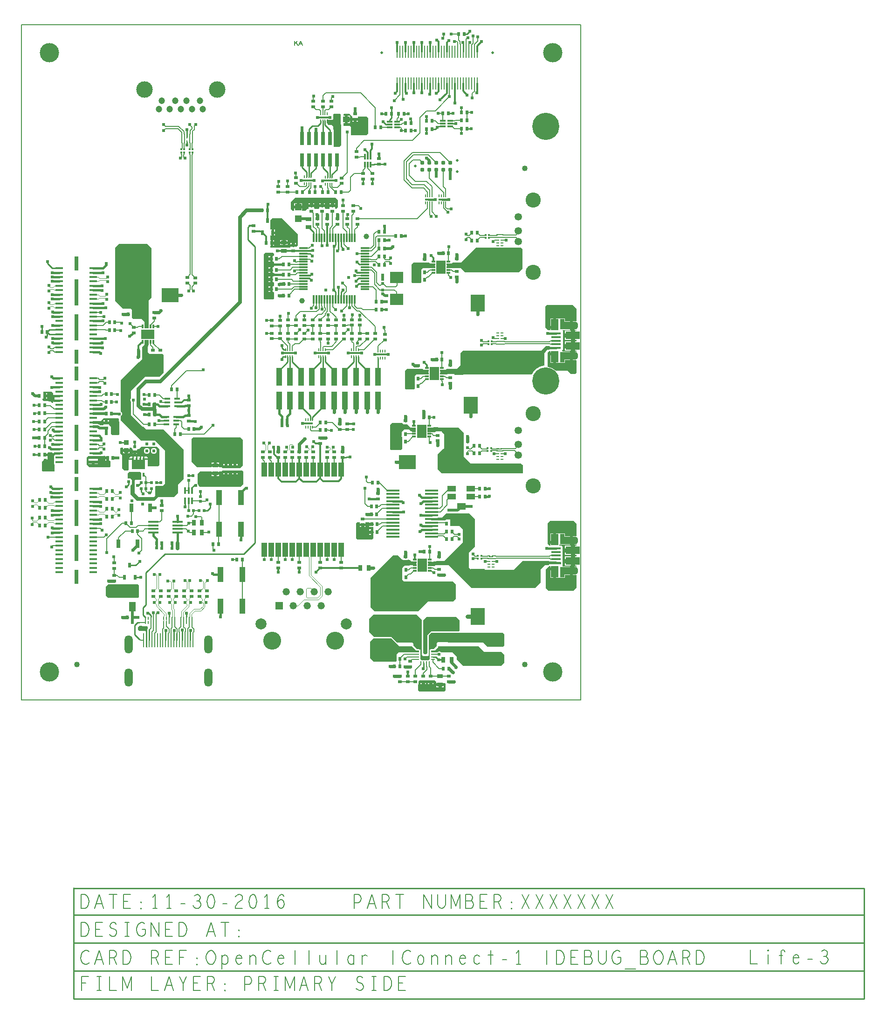
<source format=gbr>
G04 ================== begin FILE IDENTIFICATION RECORD ==================*
G04 Layout Name:  D:/shamshu/Dburg/final/OC_Connect-1_DEBUG_Life-3_final.brd*
G04 Film Name:    L1.gbr*
G04 File Format:  Gerber RS274X*
G04 File Origin:  Cadence Allegro 16.6-2015-S060*
G04 Origin Date:  Thu Dec 01 02:08:26 2016*
G04 *
G04 Layer:  VIA CLASS/TOP*
G04 Layer:  PIN/TOP*
G04 Layer:  ETCH/TOP*
G04 Layer:  DRAWING FORMAT/L1*
G04 Layer:  DRAWING FORMAT/FILM_LABEL_OUTLINE*
G04 Layer:  BOARD GEOMETRY/OUTLINE*
G04 *
G04 Offset:    (0.000 0.000)*
G04 Mirror:    No*
G04 Mode:      Positive*
G04 Rotation:  0*
G04 FullContactRelief:  No*
G04 UndefLineWidth:     6.000*
G04 ================== end FILE IDENTIFICATION RECORD ====================*
%FSLAX25Y25*MOIN*%
%IR0*IPPOS*OFA0.00000B0.00000*MIA0B0*SFA1.00000B1.00000*%
%ADD21R,.025X.1*%
%ADD62R,.066929X.07874*%
%ADD72R,.010984X.089488*%
%ADD60R,.11X.055*%
%AMMACRO85*
4,1,23,-.062008,.035925,
.050071,.035925,
.052666,.035031,
.055067,.0337,
.0572,.031973,
.059001,.029901,
.060415,.027548,
.061398,.024985,
.061922,.022291,
.062008,.020645,
.062008,.000397,
.061769,-.002338,
.061058,-.004989,
.059898,-.007477,
.058324,-.009726,
.056383,-.011667,
.054134,-.013242,
.051646,-.014402,
.048995,-.015112,
.047984,-.015257,
-.034449,-.015257,
-.034449,-.035926,
-.062008,-.035926,
-.062008,.035925,
0.0*
%
%ADD85MACRO85*%
%ADD80R,.068898X.015748*%
%ADD13O,.059X.13*%
%AMMACRO86*
4,1,23,-.062008,-.035926,
.050071,-.035926,
.052666,-.035032,
.055067,-.033701,
.0572,-.031974,
.059001,-.029902,
.060415,-.027549,
.061398,-.024986,
.061922,-.022292,
.062008,-.020646,
.062008,-.000398,
.061769,.002337,
.061058,.004988,
.059898,.007476,
.058324,.009725,
.056383,.011666,
.054134,.013241,
.051646,.014401,
.048995,.015111,
.047984,.015256,
-.034449,.015256,
-.034449,.035925,
-.062008,.035925,
-.062008,-.035926,
0.0*
%
%ADD86MACRO86*%
%ADD46R,.04016X.10315*%
%ADD22R,.025X.185*%
%ADD78C,.108*%
%ADD77R,.019X.008*%
%ADD30R,.008X.019*%
%ADD45C,.128*%
%ADD29C,.11811*%
%ADD19C,.000012*%
%ADD83C,.194*%
%ADD56R,.008661X.014173*%
%ADD49R,.040157X.129921*%
%ADD10C,.137795*%
%ADD32R,.03937X.108268*%
%ADD57R,.008661X.015748*%
%ADD28R,.12X.1*%
%ADD75R,.1X.12*%
%ADD48R,.008661X.019685*%
%ADD59R,.027559X.009843*%
%ADD58R,.009843X.027559*%
%ADD17R,.03X.024*%
%ADD16R,.03X.06*%
%ADD39R,.012X.025*%
%ADD15R,.024X.03*%
%ADD64R,.025X.012*%
%ADD36R,.04X.015*%
%ADD35R,.017X.05*%
%ADD12R,.05X.07*%
%ADD71R,.039X.012*%
%ADD70R,.012X.039*%
%ADD37R,.043X.028*%
%ADD23R,.038X.032*%
%ADD34R,.028X.043*%
%ADD14C,.04*%
%ADD33R,.075X.015*%
%ADD61R,.059X.051*%
%ADD11C,.024*%
%ADD43C,.052*%
%ADD20R,.057X.018*%
%ADD82C,.053*%
%ADD76R,.075X.055*%
%ADD24R,.02X.02*%
%ADD65R,.095X.018*%
%ADD42R,.052X.052*%
%ADD81R,.053X.053*%
%ADD67R,.094X.079*%
%ADD44C,.079*%
%ADD38R,.098X.069*%
%ADD63R,.069X.098*%
%ADD40R,.011811X.011811*%
%ADD41C,.047244*%
%ADD50C,.03937*%
%ADD18R,.023622X.033465*%
%ADD68C,.030984*%
%ADD74C,.01969*%
%ADD51R,.011811X.062992*%
%ADD52R,.062992X.011811*%
%ADD54R,.045276X.043307*%
%ADD53R,.047244X.047244*%
%ADD84R,.098425X.056102*%
%ADD69C,.019685*%
%ADD25R,.016535X.017717*%
%ADD73R,.019685X.023622*%
%ADD47R,.055118X.015748*%
%ADD79R,.055118X.07874*%
%ADD66R,.059055X.03937*%
%ADD26R,.016535X.027559*%
%ADD55R,.029134X.094488*%
%ADD31R,.011X.102*%
%ADD27R,.093307X.066929*%
%ADD87C,.006*%
%ADD88C,.008*%
%ADD89C,.009*%
%ADD90C,.0054*%
%ADD91C,.0055*%
%ADD92C,.00445*%
%ADD93C,.01*%
%ADD94C,.011*%
%ADD95C,.02*%
%ADD96C,.03*%
%ADD97C,.012*%
%ADD98C,.022*%
%ADD99C,.015*%
%ADD100C,.016*%
%ADD101C,.025*%
%ADD102C,.018*%
%ADD103C,.044004*%
%ADD104R,.053004X.038004*%
G75*
%LPD*%
G75*
G36*
G01X89352Y37616D02*
Y49160D01*
X88918D01*
Y49200D01*
X88718Y49400D01*
X84118D01*
X83218Y50300D01*
Y50400D01*
X83118Y50500D01*
Y51900D01*
X84368Y53150D01*
X86268D01*
X86618Y52800D01*
X89818D01*
X90318Y52300D01*
Y51039D01*
G03X89938Y50120I921J-918D01*
G01Y49820D01*
X89818Y49700D01*
Y48100D01*
X89888Y48030D01*
Y37670D01*
X89693Y37475D01*
G02X89352Y37616I-141J141D01*
G37*
G36*
G01X83818Y73600D02*
X83218Y73000D01*
X62018D01*
X60418Y74600D01*
Y80900D01*
X62118Y82600D01*
X83218D01*
X83818Y82000D01*
Y73600D01*
G37*
G36*
G01X78175Y213200D02*
Y203715D01*
X86665Y195225D01*
X87275D01*
X89000Y193500D01*
X101500D01*
X116000Y179000D01*
Y158000D01*
X112000Y154000D01*
Y148000D01*
X109000Y145000D01*
X97500D01*
X94932Y142432D01*
X82568D01*
X78000Y147000D01*
Y153500D01*
X79000Y154500D01*
Y155000D01*
X79000Y157000D01*
X79000Y157500D01*
X78000Y158500D01*
X76000D01*
Y162000D01*
X77000Y163000D01*
X85000D01*
X85500Y162500D01*
Y157500D01*
G03X85472Y157500I0J-2000D01*
G01X81500D01*
X81000Y157000D01*
Y154417D01*
G03Y152583I2000J-917D01*
G01Y148000D01*
X84000Y145000D01*
X94500D01*
X95500Y146000D01*
Y150000D01*
X95500Y152000D01*
X95500Y152504D01*
X96000Y153004D01*
X99004D01*
X99000Y153000D01*
X101000D01*
X102500Y154500D01*
Y178500D01*
X95500Y185500D01*
X85500D01*
X71000Y200000D01*
Y202768D01*
G03Y206232I-1000J1732D01*
G01Y228547D01*
X83953Y241500D01*
X84000D01*
X86318Y243818D01*
Y252500D01*
X87868Y254050D01*
X87880D01*
Y254062D01*
X87918Y254100D01*
Y257250D01*
X90345D01*
G02X90721Y256712I0J-400D01*
G03X90612Y256100I1666J-612D01*
G01Y253194D01*
X90118Y252700D01*
Y248600D01*
X91218Y247500D01*
X100818D01*
X101518Y246800D01*
Y233933D01*
X98640Y231054D01*
X88304D01*
X78250Y221000D01*
Y215897D01*
G03X78175Y213200I1700J-1397D01*
G37*
G36*
G01X73500Y164000D02*
X72000Y165500D01*
Y175000D01*
X70500Y176500D01*
Y180000D01*
X71000Y180500D01*
X72600D01*
Y176400D01*
X77400D01*
Y180500D01*
X78500D01*
X79200Y179800D01*
Y179200D01*
X79500D01*
Y176000D01*
X82500D01*
Y179200D01*
X82800D01*
Y179500D01*
X84000D01*
X85500Y181000D01*
X88583D01*
G03X90417I917J2000D01*
G01X93583D01*
G03X95417I917J2000D01*
G01X97000D01*
X98500Y179500D01*
Y168000D01*
X97500Y167000D01*
X90700D01*
X90300Y167400D01*
Y173100D01*
X89500Y173900D01*
X77900D01*
X76500Y172500D01*
Y164500D01*
X76379D01*
X75878Y164000D01*
X73500D01*
G37*
G36*
G01X22000Y212500D02*
X21000Y213500D01*
X19182D01*
Y213575D01*
X15925D01*
X15000Y214500D01*
Y215275D01*
X18182D01*
Y219275D01*
X15741D01*
G02X15458Y219958I0J400D01*
G01X16000Y220500D01*
X21500D01*
X22718Y219282D01*
Y218075D01*
X23718D01*
Y213425D01*
X22718D01*
Y212500D01*
X22000D01*
G37*
G36*
G01X65000Y189500D02*
X64000Y190500D01*
Y195500D01*
X63000Y196500D01*
X62500D01*
Y199869D01*
X58500D01*
Y196500D01*
X56046D01*
X55471Y197075D01*
X54718D01*
Y199175D01*
X55718D01*
Y199500D01*
X56500D01*
X58500Y201500D01*
X69000D01*
X69500Y201000D01*
Y199379D01*
X70000Y198878D01*
Y190000D01*
X69500Y189500D01*
X65000D01*
G37*
G36*
G01X48500Y166500D02*
X46500Y168500D01*
Y173500D01*
X47500Y174500D01*
X48018D01*
Y168675D01*
X54718D01*
Y174500D01*
X59000D01*
X59099Y174599D01*
G02X59782Y174316I283J-283D01*
G01Y170900D01*
X63419D01*
Y170600D01*
X63500D01*
Y167000D01*
X63000Y166500D01*
X48500D01*
G37*
G36*
G01X15000Y163500D02*
X14500Y164000D01*
Y170500D01*
X15500Y171500D01*
X17500D01*
X18500Y172500D01*
Y176500D01*
X19000Y177000D01*
X22000D01*
X23500Y175500D01*
Y174925D01*
X23418D01*
Y168375D01*
X23500D01*
Y163500D01*
X15000D01*
G37*
G36*
G01X88580Y265750D02*
Y269650D01*
X87818D01*
Y270400D01*
X85818Y272400D01*
X79818D01*
X79018Y273200D01*
Y279000D01*
X78318Y279700D01*
X72418D01*
X66818Y285300D01*
Y323200D01*
X69718Y326100D01*
X89900D01*
X93000Y323000D01*
Y287782D01*
X90918Y285700D01*
Y269650D01*
X90287D01*
Y265750D01*
X88580D01*
G37*
G36*
G01X127500Y152500D02*
X126502Y153498D01*
X126499Y153577D01*
G03X125818Y155004I-1999J-77D01*
G01Y161700D01*
X127618Y163500D01*
X135818D01*
Y160047D01*
X141118D01*
Y163500D01*
X144118D01*
Y161231D01*
X148118D01*
Y164100D01*
X150618D01*
Y161231D01*
X154618D01*
Y164100D01*
X157818D01*
X158718Y163200D01*
Y154218D01*
X157000Y152500D01*
X127500D01*
G37*
G36*
G01X148118Y165700D02*
Y168569D01*
X144118D01*
Y166449D01*
X143871Y166347D01*
X143818Y166400D01*
X141118D01*
Y169753D01*
X135818D01*
Y166400D01*
X125600D01*
X121759Y170241D01*
Y186741D01*
X122718Y187700D01*
X156618D01*
X158418Y185900D01*
Y167600D01*
X156518Y165700D01*
X154618D01*
Y168569D01*
X150618D01*
Y165700D01*
X148118D01*
G37*
G36*
G01X173993Y286405D02*
X173308Y287090D01*
Y318805D01*
X174320Y319817D01*
X179884D01*
X180595Y319106D01*
Y317700D01*
X180386D01*
Y317400D01*
X176749D01*
Y313400D01*
X180386D01*
Y313100D01*
X180595D01*
Y309700D01*
X180386D01*
Y309400D01*
X176749D01*
Y305400D01*
X180386D01*
Y305100D01*
X180595D01*
Y302900D01*
X180386D01*
Y302600D01*
X176749D01*
Y298600D01*
X180386D01*
Y298300D01*
X180595D01*
Y296100D01*
X180386D01*
Y295800D01*
X176749D01*
Y291800D01*
X180386D01*
Y291500D01*
X180595D01*
Y287131D01*
X179869Y286405D01*
X173993D01*
G37*
G36*
G01X202922Y349678D02*
X202800Y349800D01*
X200680D01*
Y355096D01*
X194956D01*
Y349800D01*
X193744D01*
X192644Y350900D01*
Y355925D01*
X195719Y359000D01*
X224718D01*
X226317Y357401D01*
Y352494D01*
X224965Y351142D01*
X224718Y351244D01*
Y351332D01*
X224418D01*
Y354969D01*
X220418D01*
Y351332D01*
X220118D01*
Y351000D01*
X217218D01*
Y351332D01*
X216918D01*
Y354969D01*
X212918D01*
Y351332D01*
X212618D01*
Y351000D01*
X209718D01*
Y351332D01*
X209418D01*
Y354969D01*
X205418D01*
Y351332D01*
X205118D01*
Y351000D01*
X204244D01*
X202922Y349678D01*
G37*
G36*
G01X178100Y323500D02*
X177800Y323800D01*
Y324700D01*
X180587D01*
Y328700D01*
X177800D01*
Y331991D01*
X181440D01*
Y336338D01*
X177800D01*
Y340353D01*
X177999D01*
Y343144D01*
X179355Y344500D01*
X186295D01*
X197718Y333077D01*
Y325000D01*
X196901Y324183D01*
G02X196218Y324466I-283J283D01*
G01Y326732D01*
X192218D01*
Y323500D01*
X178100D01*
G37*
G36*
G01X223700Y395500D02*
X223414Y395786D01*
Y407734D01*
X222900D01*
Y410200D01*
X221900Y411200D01*
X219515D01*
X218982Y411733D01*
Y413980D01*
G03X218966Y414225I-1950J0D01*
G01X218965Y414237D01*
Y414912D01*
X219382D01*
X219434Y414875D01*
G03X219822Y414657I1166J1625D01*
G01X219858Y414642D01*
X219900Y414600D01*
X219974D01*
X220003Y414591D01*
G03X221197I597J1909D01*
G01X221226Y414600D01*
X222200D01*
X222800Y415200D01*
Y418500D01*
X223300Y419000D01*
X227900D01*
X228382Y418518D01*
Y411434D01*
X228700D01*
Y396700D01*
X227500Y395500D01*
X223700D01*
G37*
G36*
G01X236000Y403600D02*
X235600Y404000D01*
Y409600D01*
X234900Y410300D01*
X230300D01*
X230200Y410400D01*
Y412434D01*
X234911D01*
Y417766D01*
X230200D01*
Y418600D01*
X230600Y419000D01*
X234600D01*
X236300Y417300D01*
Y417068D01*
X236600D01*
Y413431D01*
X240600D01*
Y417068D01*
X240900D01*
Y417100D01*
X246800D01*
X248100Y415800D01*
Y405000D01*
X246700Y403600D01*
X236000D01*
G37*
G36*
G01X291218Y32000D02*
Y46368D01*
X292850Y48000D01*
X344118D01*
X345418Y46700D01*
Y39100D01*
X344318Y38000D01*
X333218D01*
X330018Y41200D01*
X329918Y41100D01*
X305118D01*
X304718Y41500D01*
X297718D01*
X296918Y40700D01*
Y38700D01*
X294718Y36500D01*
X292818D01*
X292395Y36077D01*
X291952D01*
Y29234D01*
X291218Y28500D01*
X286218D01*
X285284Y29434D01*
Y36077D01*
X284641D01*
X284218Y36500D01*
X282718D01*
X280218Y39000D01*
Y40500D01*
X279718Y41000D01*
X268718D01*
X264718Y45000D01*
X252218D01*
X248718Y48500D01*
Y58000D01*
X251718Y61000D01*
X282718D01*
X286218Y57500D01*
Y32500D01*
X287218Y31500D01*
X290718D01*
X291218Y32000D01*
G37*
G36*
G01X252718Y63500D02*
X249718Y66500D01*
Y87400D01*
X265718Y103400D01*
X269418D01*
X272418Y100400D01*
Y100368D01*
X272450D01*
X272618Y100200D01*
X276318D01*
X276418Y100300D01*
X276918D01*
X277018Y100200D01*
X277818D01*
X278918Y99100D01*
X279168D01*
Y98938D01*
X282368D01*
Y96473D01*
G02X281830Y96097I-400J0D01*
G03X281218Y96206I-612J-1666D01*
G01X277482D01*
X277276Y96000D01*
X273818D01*
X273318Y95500D01*
X272986D01*
Y95168D01*
X272218Y94400D01*
Y85900D01*
X273418Y84700D01*
Y84603D01*
X308615D01*
X310718Y82500D01*
Y72500D01*
X308718Y70500D01*
X290718D01*
X283718Y63500D01*
X252718D01*
G37*
G36*
G01X284718Y6000D02*
X283718Y7000D01*
Y11031D01*
X284018D01*
Y13300D01*
X284718Y14000D01*
X285218D01*
Y11331D01*
X289218D01*
Y14000D01*
X290718D01*
Y11331D01*
X294718D01*
Y14000D01*
X295500D01*
X296568Y12932D01*
Y9147D01*
X301868D01*
Y11884D01*
G02X302551Y12167I400J0D01*
G01X303218Y11500D01*
Y7000D01*
X302218Y6000D01*
X284718D01*
G37*
G36*
G01X251718Y27500D02*
X249218Y30000D01*
Y41500D01*
X251718Y44000D01*
X264586D01*
X268387Y40200D01*
X268518D01*
X270218Y38500D01*
X279218D01*
X282218Y35500D01*
X284086D01*
X284318Y35268D01*
Y34108D01*
X280928D01*
Y34000D01*
X269718D01*
X268218Y32500D01*
Y28000D01*
X267718Y27500D01*
X251718D01*
G37*
G36*
G01X293218Y35500D02*
X295718D01*
X298618Y38400D01*
X327018D01*
X331018Y34400D01*
X343418D01*
X345318Y32500D01*
Y26800D01*
X343018Y24500D01*
X315718D01*
X311118Y29100D01*
Y31000D01*
X308118Y34000D01*
X300330D01*
G03X297106I-1612J-1184D01*
G01X296308D01*
Y34108D01*
X293110D01*
X293018Y34200D01*
Y35300D01*
X293218Y35500D01*
G37*
G36*
G01X312618Y49200D02*
X292918D01*
X290218Y46500D01*
Y33500D01*
X289314Y32596D01*
X288122D01*
X287218Y33500D01*
Y44473D01*
G03Y44527I-2000J27D01*
G01Y47973D01*
G03Y48027I-2000J27D01*
G01Y57000D01*
X289718Y59500D01*
X310718D01*
X313218Y57000D01*
Y49800D01*
X312618Y49200D01*
G37*
G36*
G01X239918Y114800D02*
X239118Y115600D01*
Y126100D01*
X240018Y127000D01*
X242018D01*
Y123731D01*
X246018D01*
Y127000D01*
X248749D01*
Y123700D01*
X251618D01*
Y122100D01*
X248749D01*
Y118100D01*
X251618D01*
Y115700D01*
X250718Y114800D01*
X239918D01*
G37*
G36*
G01X321618Y80200D02*
X305518Y96300D01*
X294768D01*
Y96531D01*
X290868D01*
Y98238D01*
X294768D01*
Y99100D01*
X295218D01*
X295318Y99000D01*
X296118D01*
X296618Y99500D01*
X302618D01*
X315718Y112600D01*
Y121800D01*
X313118Y124400D01*
X306818D01*
X306650Y124568D01*
Y129000D01*
X301249D01*
Y128578D01*
X299448D01*
Y129203D01*
X297718D01*
Y130220D01*
X298748D01*
Y130300D01*
X300518D01*
X303618Y133400D01*
X320318D01*
X324318Y129400D01*
Y109800D01*
X320018Y105500D01*
Y94482D01*
X321600Y92900D01*
X352000D01*
X358500Y99400D01*
X377115D01*
X377282Y99233D01*
Y98356D01*
X386000D01*
Y97100D01*
X385823Y96923D01*
X385576Y97025D01*
Y97123D01*
X377264D01*
Y96400D01*
X374518D01*
X371418Y93300D01*
Y84018D01*
X367600Y80200D01*
X321618D01*
G37*
G36*
G01X274718Y222200D02*
X274218Y222700D01*
Y235200D01*
X275718Y236700D01*
X286918D01*
X287918Y235700D01*
X291068D01*
Y233373D01*
G02X290530Y232997I-400J0D01*
G03X289918Y233106I-612J-1666D01*
G01X286482D01*
X286076Y232700D01*
X282218D01*
X281218Y231700D01*
Y222700D01*
X280718Y222200D01*
X274718D01*
G37*
G36*
G01X264318Y178700D02*
X263518Y179500D01*
Y196400D01*
X265018Y197900D01*
X272218D01*
Y197668D01*
X272450D01*
X273018Y197100D01*
X275818D01*
X278118Y194800D01*
X278668D01*
Y194738D01*
X281868D01*
Y192273D01*
G02X281330Y191897I-400J0D01*
G03X280718Y192006I-612J-1666D01*
G01X278512D01*
X277018Y193500D01*
X273618D01*
X272618Y192500D01*
X272486D01*
Y192368D01*
X271818Y191700D01*
Y188800D01*
X271618Y188600D01*
X272118Y188100D01*
Y179500D01*
X271318Y178700D01*
X264318D01*
G37*
G36*
G01X300418Y162100D02*
X297618Y164900D01*
Y175700D01*
X301218Y179300D01*
X301618D01*
X302118Y179800D01*
Y190000D01*
X300618Y191500D01*
X300518D01*
Y191869D01*
X294518D01*
X294303Y192006D01*
X294268D01*
Y192331D01*
X290368D01*
Y194038D01*
X294268D01*
Y194800D01*
X312218D01*
X316118Y190900D01*
Y174000D01*
X321018Y169100D01*
X357118D01*
X358218Y168000D01*
X358418D01*
X358518Y167900D01*
Y162100D01*
X300418D01*
G37*
G36*
G01X373818Y247900D02*
Y239038D01*
X373642Y239017D01*
G03X364896Y232600I1356J-11017D01*
G01X316018D01*
X315918Y232500D01*
X309718D01*
Y232969D01*
X303718D01*
X303503Y233106D01*
X303468D01*
Y233431D01*
X299568D01*
Y235138D01*
X303468D01*
Y236150D01*
X303918Y236600D01*
X311318D01*
X314018Y239300D01*
Y248100D01*
X315618Y249700D01*
X372018D01*
X373818Y247900D01*
G37*
G36*
G01X279418Y298200D02*
X278918Y298700D01*
Y311200D01*
X280418Y312700D01*
X291518D01*
X292518Y311700D01*
X295768D01*
Y309373D01*
G02X295230Y308997I-400J0D01*
G03X294618Y309106I-612J-1666D01*
G01X291182D01*
X290776Y308700D01*
X286918D01*
X285918Y307700D01*
Y298700D01*
X285418Y298200D01*
X279418D01*
G37*
G36*
G01X316918Y305800D02*
X314118Y308600D01*
X308829D01*
X308322Y309106D01*
X305418D01*
G03X304806Y308997I0J-1775D01*
G02X304268Y309373I-138J375D01*
G01Y311450D01*
X304519Y311701D01*
X304647Y311639D01*
G03X306459Y311800I771J1599D01*
G01X307518D01*
X308318Y312600D01*
X312118D01*
X312218Y312700D01*
X314318D01*
X325118Y323500D01*
X338740D01*
Y323489D01*
X345292D01*
Y323500D01*
X357218D01*
X358218Y322500D01*
Y308218D01*
X355800Y305800D01*
X316918D01*
G37*
G36*
G01X376718Y78200D02*
X375018Y79900D01*
Y93400D01*
X377218Y95600D01*
X378164D01*
Y87349D01*
X388534D01*
Y89416D01*
X396303D01*
G03X396520Y89448I-198J2066D01*
G02X397000Y89056I80J-392D01*
G01Y80482D01*
X394718Y78200D01*
X376718D01*
G37*
G36*
G01X377518Y110400D02*
X376418Y111500D01*
Y126300D01*
X378218Y128100D01*
X394818D01*
X397000Y125918D01*
Y117350D01*
G02X396520Y116958I-400J0D01*
G03X396303Y116991I-415J-2033D01*
G01X388534D01*
Y119058D01*
X378164D01*
Y110400D01*
X377518D01*
G37*
G36*
G01X393000Y233000D02*
X390500Y235500D01*
X381911D01*
G03X376293Y238117I-6913J-7501D01*
G01X376118Y238140D01*
Y248100D01*
X377318Y249300D01*
X378164D01*
Y240949D01*
X388534D01*
Y243016D01*
X396303D01*
G03X396520Y243048I-198J2066D01*
G02X397000Y242656I80J-392D01*
G01Y234182D01*
X395818Y233000D01*
X393000D01*
G37*
G36*
G01X376618Y264300D02*
X374618Y266300D01*
Y281300D01*
X375718Y282400D01*
X394418D01*
X397000Y279818D01*
Y270950D01*
G02X396520Y270558I-400J0D01*
G03X396303Y270591I-415J-2033D01*
G01X388534D01*
Y272658D01*
X378164D01*
Y264300D01*
X376618D01*
G37*
G36*
G01X397000Y95472D02*
X396769D01*
X396739Y95482D01*
G03X396543Y95534I-633J-1976D01*
G01X386935D01*
G02X386794Y95876I0J200D01*
G01X387018Y96100D01*
Y109600D01*
X386218Y110400D01*
X384676D01*
Y110872D01*
X396543D01*
G03X396739Y110925I-438J2028D01*
G01X396769Y110934D01*
X397000D01*
Y110298D01*
X388715D01*
Y103687D01*
X397000D01*
Y102719D01*
X388715D01*
Y96109D01*
X397000D01*
Y95472D01*
G37*
G36*
G01Y249072D02*
X396769D01*
X396739Y249082D01*
G03X396543Y249134I-633J-1976D01*
G01X386918D01*
G02X386635Y249817I0J400D01*
G01X387118Y250300D01*
Y264000D01*
X386987Y264131D01*
G02X387129Y264472I141J141D01*
G01X396543D01*
G03X396739Y264525I-438J2028D01*
G01X396769Y264534D01*
X397000D01*
Y263898D01*
X388715D01*
Y257287D01*
X397000D01*
Y256319D01*
X388715D01*
Y249709D01*
X397000D01*
Y249072D01*
G37*
%LPC*%
G75*
G54D103*
X89500Y178000D03*
X94500D03*
G54D104*
X187718Y327017D03*
%LPD*%
G75*
G54D100*
G01X291218Y357800D02*
X295974D01*
G01X301018D02*
X305774D01*
G54D101*
G01X172050Y350100D02*
X161100D01*
X156118Y345118D01*
Y284300D01*
X99418Y227600D01*
X88918D01*
X83718Y222400D01*
Y210452D01*
X86218Y207951D01*
X94735D01*
X94954Y207732D01*
G01X111618Y108300D02*
Y112000D01*
G01X95187Y207500D02*
Y204000D01*
G01Y211500D02*
X94954Y211268D01*
Y207732D01*
G01D02*
X95187Y207500D01*
G01X321318Y238700D02*
Y246700D01*
G01X371118Y247100D02*
X375703Y251685D01*
X376818D01*
G54D102*
G01X100387Y112000D02*
Y108300D01*
G01X107681Y112000D02*
Y108332D01*
X107649Y108300D01*
G01X96450Y108800D02*
Y112000D01*
G01X100118Y142500D02*
Y139168D01*
G01X124218Y199000D02*
X123687Y199532D01*
X119718D01*
G01Y217500D02*
Y214468D01*
G01X91250Y204000D02*
X87918D01*
G01X91250Y211500D02*
X87718D01*
G01X100318Y202300D02*
X98618Y204000D01*
X95187D01*
G01X99087Y210200D02*
X98718D01*
X97418Y211500D01*
X95187D01*
G01X116487Y210200D02*
X116818Y210532D01*
X119718D01*
G01X115650Y202300D02*
X116818Y203468D01*
X119718D01*
G01D02*
Y207000D01*
G01Y210532D02*
Y207000D01*
G01X191992Y214100D02*
Y204600D01*
X190087Y202694D01*
Y199600D01*
G01X187350Y311253D02*
X184750D01*
X184737Y311265D01*
X179401D01*
G01X187350Y304200D02*
X184750D01*
X184456Y303906D01*
X179835D01*
G01X265639Y134480D02*
X273243D01*
X273247Y134484D01*
G01X293198Y124243D02*
X286575D01*
X285618Y125200D01*
G01X293198Y142157D02*
X287275D01*
X285518Y140400D01*
G01X293198Y144716D02*
X286402D01*
X284718Y146400D01*
G01X304718Y131432D02*
X302648Y129361D01*
G01D02*
X293198D01*
G01X254818Y143632D02*
X248787D01*
X248618Y143800D01*
G01X259587Y334700D02*
Y338600D01*
G01Y328700D02*
X262918D01*
G01X271587Y331700D02*
X274618D01*
G01X331675Y145428D02*
X334369D01*
X334596Y145655D01*
G01X331675Y150928D02*
X334352D01*
X334579Y151155D01*
G54D10*
X20000Y20000D03*
Y462677D03*
X380000Y20000D03*
Y462677D03*
G54D20*
X51368Y94475D03*
Y97625D03*
Y100775D03*
Y103925D03*
X27068D03*
Y100775D03*
Y97625D03*
Y94475D03*
Y91325D03*
X51368D03*
X27068Y107075D03*
X51368D03*
Y116525D03*
Y110225D03*
Y113375D03*
X27068Y135425D03*
Y132275D03*
Y129125D03*
Y125975D03*
Y122825D03*
Y119675D03*
X51368D03*
Y122825D03*
Y125975D03*
Y129125D03*
Y132275D03*
Y135425D03*
X27068Y116525D03*
Y113375D03*
Y110225D03*
Y148025D03*
Y144875D03*
Y141725D03*
Y138575D03*
X51368D03*
Y141725D03*
Y144875D03*
Y148025D03*
X27068Y151175D03*
X51368D03*
Y195275D03*
Y192125D03*
Y188975D03*
Y185825D03*
Y182675D03*
Y179525D03*
Y176375D03*
Y173225D03*
Y170075D03*
X27068D03*
Y173225D03*
Y176375D03*
Y179525D03*
Y182675D03*
Y185825D03*
Y188975D03*
Y192125D03*
Y195275D03*
X51368Y220475D03*
Y217325D03*
Y214175D03*
Y211025D03*
Y207875D03*
Y204725D03*
Y201575D03*
Y198425D03*
X27068D03*
Y201575D03*
Y204725D03*
Y207875D03*
Y211025D03*
Y214175D03*
Y217325D03*
Y220475D03*
X51368Y226775D03*
Y223625D03*
X27068D03*
Y226775D03*
X51368Y229925D03*
X27068D03*
Y274025D03*
Y270875D03*
Y267725D03*
Y264575D03*
Y261425D03*
Y258275D03*
Y255125D03*
Y251975D03*
Y248825D03*
Y296075D03*
Y292925D03*
Y289775D03*
Y286625D03*
Y283475D03*
Y280325D03*
Y277175D03*
X51368Y248825D03*
Y251975D03*
Y255125D03*
Y258275D03*
Y261425D03*
Y264575D03*
Y267725D03*
Y270875D03*
Y274025D03*
Y277175D03*
Y280325D03*
Y283475D03*
Y286625D03*
Y289775D03*
Y292925D03*
Y296075D03*
X27068Y305525D03*
Y302375D03*
Y299225D03*
Y308675D03*
X51368Y299225D03*
Y302375D03*
Y305525D03*
Y308675D03*
G54D11*
X7500Y125500D03*
Y130000D03*
X7922Y142235D03*
X8000Y138500D03*
Y219000D03*
X9000Y175500D03*
Y193500D03*
X8500Y187500D03*
X9500Y181500D03*
X8500Y199075D03*
X9000Y210575D03*
X9250Y204750D03*
X72250Y59000D03*
X84518Y51500D03*
X79387Y55432D03*
X83318Y59000D03*
X73718Y75700D03*
X69318Y75800D03*
X65118Y75900D03*
X39218Y133750D03*
Y108750D03*
Y88000D03*
X62218Y85032D03*
X85153Y87565D03*
X21000Y148500D03*
X21500Y144875D03*
X22000Y135500D03*
Y132000D03*
Y123000D03*
Y119500D03*
X56500Y141500D03*
Y138500D03*
Y129000D03*
Y126000D03*
X84000Y105000D03*
X61000Y105500D03*
X79000Y142500D03*
X73618Y80500D03*
X69418D03*
X65100D03*
X79500Y107000D03*
X66000Y102500D03*
X84518Y99000D03*
X70500Y148500D03*
X69500Y136000D03*
X70500Y144500D03*
X69500Y132000D03*
X60500Y118000D03*
X21500Y109500D03*
X57500Y121500D03*
X19000Y116500D03*
X39218Y212500D03*
Y187500D03*
Y166750D03*
Y154500D03*
X21500Y223500D03*
X22225Y182662D03*
X19787Y180293D03*
X21000Y152500D03*
X56500Y151000D03*
X60250Y209250D03*
X60500Y190500D03*
X56000Y223500D03*
Y220500D03*
X57000Y185825D03*
X56876Y176845D03*
X70000Y204500D03*
X69000Y173000D03*
X75000Y152500D03*
X70500Y184000D03*
X81000Y184500D03*
X22500Y193000D03*
X56945Y211315D03*
X56500Y204725D03*
X73500Y166500D03*
X83000Y153500D03*
X73500Y170000D03*
X79950Y214500D03*
X68000Y213000D03*
X66500Y195000D03*
Y199000D03*
X20500Y215000D03*
Y218500D03*
X57500Y169500D03*
Y173000D03*
X68500Y218500D03*
X59000Y179500D03*
X20503Y185594D03*
X21000Y168000D03*
X17000D03*
X21000Y171500D03*
X17000D03*
X21000Y175375D03*
X20500Y188994D03*
X59000Y183000D03*
X14500Y267000D03*
X39218Y245500D03*
Y266250D03*
Y291250D03*
X22218Y255250D03*
Y258400D03*
Y267850D03*
Y274150D03*
Y277300D03*
X22000Y286625D03*
Y289775D03*
X56736Y247700D03*
X57736Y255500D03*
X57836Y251700D03*
X58218Y270875D03*
Y283475D03*
X60436Y280325D03*
X57736Y292800D03*
X57626Y296198D03*
X39218Y233250D03*
X83218Y244900D03*
X72618Y275800D03*
X21500Y231000D03*
X19500Y279900D03*
Y283900D03*
X61000Y286500D03*
Y290000D03*
X19500Y292500D03*
Y296500D03*
X59037Y274175D03*
X56675Y277175D03*
X19500Y248500D03*
X59500Y226500D03*
X19500Y252500D03*
X59500Y230000D03*
X77418Y259900D03*
X60000Y258275D03*
X17500Y259500D03*
X71000Y264000D03*
X71500Y269500D03*
X77518Y269200D03*
X39218Y312000D03*
X22000Y299350D03*
X58218Y305525D03*
X22000Y305500D03*
Y302500D03*
X60500Y312000D03*
X61500Y299000D03*
Y302500D03*
X18500Y313500D03*
X78518Y306800D03*
X84418Y307100D03*
X84218Y312700D03*
X78418Y312500D03*
X103118Y49659D03*
X109118Y49700D03*
X114918Y50100D03*
X121018Y49659D03*
X90118Y62100D03*
X117918Y62200D03*
X105682Y62000D03*
X142126Y59500D03*
X97716Y62390D03*
X94318Y62500D03*
X88218Y51600D03*
X94868Y69650D03*
X99008D03*
X105918Y69700D03*
X110058D03*
X116918D03*
X121058D03*
X127918D03*
X132058D03*
X100387Y108300D03*
X107649D03*
X111618Y131282D03*
X87000Y147500D03*
X117000Y138000D03*
X136500Y90500D03*
X156874Y114500D03*
X94798Y89700D03*
X98938D03*
X104600Y85000D03*
X109034Y85200D03*
X116917Y85299D03*
X120333D03*
X127917D03*
X132800Y85300D03*
X134000Y120000D03*
X124500Y131000D03*
X119168Y120750D03*
X119518Y126300D03*
X135000Y140000D03*
X111618Y108300D03*
X128000Y149000D03*
X86500Y140000D03*
X100118Y142500D03*
X95500Y137500D03*
X96450Y108800D03*
X132500Y143000D03*
X137500Y107000D03*
X151000Y100500D03*
X91500Y148000D03*
X119000Y131500D03*
X129218Y156400D03*
X154218D03*
X149218D03*
X144218D03*
X139218D03*
X134218D03*
X119718Y217500D03*
X124218Y199000D03*
X87918Y204000D03*
X87718Y211500D03*
X87818Y215100D03*
X99500Y155500D03*
X124500Y153500D03*
X98218Y199740D03*
X128500Y195000D03*
X95187Y207500D03*
X119718Y207000D03*
X122500Y160500D03*
X87618Y218500D03*
X137000Y196500D03*
X99500Y213500D03*
X89500Y178000D03*
X94500D03*
Y183000D03*
X129418Y173000D03*
X134418D03*
X154418D03*
X149418D03*
X144418D03*
X139418D03*
X89500Y183000D03*
X93518Y259500D03*
X93818Y263500D03*
X87018D03*
X87118Y259700D03*
X90418Y261500D03*
X114418Y289500D03*
X99500Y278300D03*
X99418Y242932D03*
X93918D03*
X87718Y245200D03*
X130000Y236000D03*
X119568Y292450D03*
X122968D03*
X97718Y266900D03*
X89818Y307100D03*
X89418Y312500D03*
X118418Y407677D03*
Y396677D03*
X113500Y387500D03*
X101557Y411443D03*
X120242Y411206D03*
X101557Y407151D03*
X124534Y411206D03*
X117000Y387500D03*
X210710Y91523D03*
X198718Y91532D03*
X183718D03*
X223718Y100442D03*
X218718D03*
X193718D03*
X178718D03*
X173718D03*
X188718D03*
X200962Y197700D03*
X183718Y180668D03*
X202618Y186800D03*
X229718Y180668D03*
X231362Y205604D03*
X223488D03*
X227518Y200668D03*
X217518Y187268D03*
X190118Y196200D03*
X161000Y151500D03*
X186150Y196100D03*
X221618Y192800D03*
X208884Y184866D03*
X180322Y180828D03*
X177288Y183535D03*
X222818Y180800D03*
X173148Y183535D03*
X208218Y181200D03*
X189568Y180850D03*
X204078Y181200D03*
X218600Y180800D03*
X193900Y180700D03*
X195961Y247900D03*
X219583D03*
X186449D03*
X210071D03*
X184150Y289200D03*
X184250Y297200D03*
X175250Y293800D03*
X217718Y293000D03*
X229818Y293100D03*
X219218Y254932D03*
X226518Y294900D03*
X186218Y253400D03*
X186118Y243500D03*
X230718Y275200D03*
X219218Y275300D03*
X202218Y274800D03*
X175118Y271500D03*
X190818Y276400D03*
X223218Y293000D03*
X224568Y279150D03*
X228950Y278104D03*
X175418Y262000D03*
X199018Y264700D03*
X205018Y264500D03*
X207118Y280200D03*
X210736Y280300D03*
X214989Y279471D03*
X185018Y274400D03*
X200000Y371500D03*
X215200Y371200D03*
X175250Y300600D03*
Y307400D03*
Y315400D03*
X182087Y326700D03*
X194218Y328232D03*
X187718Y330417D03*
X225918Y347168D03*
X218697D03*
X211218Y347200D03*
X222418Y356468D03*
X214918D03*
X207418D03*
X225918Y321200D03*
X179835Y303906D03*
X179401Y311265D03*
X207228Y300038D03*
X207918Y317300D03*
X209200Y371300D03*
X224800D03*
X176118Y354500D03*
X229618Y298100D03*
X195318Y313900D03*
X195118Y306700D03*
X229818Y322100D03*
X182918Y321100D03*
X208418Y321300D03*
X207718Y304400D03*
X230018Y357500D03*
X233318Y347200D03*
X207768Y313850D03*
X223613Y324500D03*
X218718Y325200D03*
X214818Y324800D03*
X207828Y325190D03*
X183900Y370800D03*
X190200Y370900D03*
X214000Y367200D03*
X209968Y366900D03*
X211700Y416500D03*
X210500Y408000D03*
X200500Y409000D03*
X220600Y416500D03*
X208900Y431600D03*
X196000Y376800D03*
X232800Y406000D03*
X222500Y431500D03*
X305918Y42900D03*
X305218Y46200D03*
X300218Y46500D03*
X295518Y46200D03*
X282218Y44500D03*
X285218D03*
X268718Y51500D03*
X255218D03*
X258718D03*
X262218D03*
X265218D03*
X274218Y23732D03*
X252218Y55500D03*
X255218D03*
X278718Y48000D03*
X285218D03*
X282218D03*
X275218D03*
X271718D03*
X268718D03*
X252218Y51500D03*
X292550Y44542D03*
X271718Y43500D03*
X266718Y16968D03*
X263550Y24000D03*
X258718Y55500D03*
X268718Y43500D03*
X290718Y30000D03*
X286718D03*
X287218Y22500D03*
X283318Y72300D03*
X271318D03*
X259318D03*
X253318D03*
X275718Y73100D03*
X256718Y68853D03*
X264718Y70987D03*
X299218Y7647D03*
X292718Y9832D03*
X287218D03*
X253718Y41000D03*
X268718Y36500D03*
X265718D03*
X262718D03*
X271718D03*
X259718Y41000D03*
X262718D03*
X265718D03*
X256718D03*
X253718Y36500D03*
X256718D03*
X259718D03*
X254218Y29500D03*
X257218D03*
X260218D03*
X263550D03*
X298718Y32816D03*
X274218Y29500D03*
X298365Y28700D03*
X276218Y20000D03*
X304618Y53300D03*
X286518Y96500D03*
X284618Y99700D03*
X288518Y99600D03*
X284518Y93200D03*
X288518Y93100D03*
X247250Y125700D03*
Y120100D03*
X244018Y122232D03*
X251571Y94500D03*
X246950Y132800D03*
X274718Y105613D03*
X302218Y89432D03*
X298518Y105513D03*
X285618Y125200D03*
X284718Y146400D03*
X285518Y140400D03*
X285589Y131916D03*
X273247Y134484D03*
X281234Y103635D03*
X285018Y106144D03*
X268618Y102000D03*
X267118Y98500D03*
X271218Y98476D03*
X267850Y93200D03*
Y87700D03*
X283318Y77300D03*
X277318D03*
X271318D03*
X265318D03*
X259318D03*
X253318D03*
X283318Y82300D03*
X277318D03*
X271318D03*
X265318D03*
X259318D03*
X253318D03*
X295018Y91044D03*
X292018Y109600D03*
X248618Y143800D03*
X285000Y120500D03*
X273000Y141000D03*
X287918Y189000D03*
X283968Y188700D03*
X288118Y195300D03*
X284218Y195400D03*
X286118Y192200D03*
X297518Y182032D03*
X274518Y202868D03*
X306718Y223132D03*
X267818Y170200D03*
X254984Y205604D03*
X247110D03*
X239236D03*
X254818Y150768D03*
X280729Y199108D03*
X287581Y206500D03*
X270550Y180800D03*
X267350Y190200D03*
X271018Y195700D03*
X237487Y197468D03*
X245518Y151500D03*
X246518Y159500D03*
X292418Y184200D03*
X294818Y202200D03*
X237318Y193532D03*
X234818Y173632D03*
X260887Y278900D03*
X295318Y233400D03*
X293418Y236600D03*
X297318Y236500D03*
X293168Y229900D03*
X297118Y230200D03*
X261249Y288900D03*
X260987Y284700D03*
X252662Y247000D03*
X233693Y247900D03*
X262174Y247000D03*
X243205Y247900D03*
X280018Y240100D03*
X306718Y242469D03*
X287918Y241500D03*
X239618Y295700D03*
X293581Y243300D03*
X276550Y224300D03*
Y229800D03*
X279218Y235200D03*
X240318Y255100D03*
X300618Y248300D03*
X301018Y225400D03*
X259418Y266500D03*
X234500Y280500D03*
X233518Y264700D03*
X236500Y275500D03*
X242018Y274900D03*
X274618Y331700D03*
X233887Y301900D03*
X300118Y309400D03*
X298218Y312600D03*
X302118Y312500D03*
X297968Y305900D03*
X301918Y306200D03*
X258318Y303778D03*
X305774Y357800D03*
X295974D03*
X288418Y318368D03*
X293018Y317600D03*
X262918Y328700D03*
X259587Y338600D03*
X239318Y306800D03*
X252218Y311000D03*
X244300Y369100D03*
X251000Y369000D03*
X298281Y319300D03*
X281250Y300300D03*
Y305800D03*
X283918Y311200D03*
X264018Y312147D03*
Y316152D03*
X305718Y324000D03*
X306918Y302200D03*
X239118Y299300D03*
X239818Y312950D03*
X238318Y303500D03*
X296718Y345800D03*
X239918Y319000D03*
X242718Y351500D03*
X293056Y345800D03*
X304787Y348669D03*
X233518Y322800D03*
X265700Y324100D03*
X278437Y415500D03*
X257532Y418969D03*
X276468Y419032D03*
X289563Y405000D03*
X299350Y429050D03*
X296600Y433700D03*
X292000Y433000D03*
X286406Y434100D03*
X306618Y372700D03*
X296718Y374300D03*
X289718Y387500D03*
X255500Y390500D03*
X245500Y393500D03*
X267200Y433700D03*
X275400D03*
X280500Y434100D03*
X238700Y422800D03*
X289500Y417000D03*
X258500Y413500D03*
X297294Y409500D03*
X260000Y383000D03*
X264500Y423500D03*
X273000Y429500D03*
X271500Y407000D03*
X266500Y428500D03*
X246000Y405132D03*
Y410131D03*
X250700Y397300D03*
X246000Y415131D03*
X306095Y431300D03*
X271500Y415000D03*
X281668Y407000D03*
X298000Y419500D03*
X268698Y470100D03*
X274604D03*
X280509D03*
X286415D03*
X292320D03*
X297100Y471700D03*
X305516Y471484D03*
X301400Y472900D03*
X343518Y41500D03*
X338818Y41400D03*
X333418Y41000D03*
X342618Y45500D03*
X338018Y45700D03*
X333118Y45600D03*
X318818Y59700D03*
X309218Y13032D03*
X310518Y23500D03*
X308552Y19658D03*
X331918Y31900D03*
X336318Y32100D03*
X342118D03*
X341918Y26300D03*
X335718D03*
X330218Y26200D03*
X317918Y26300D03*
X324718Y26600D03*
X378818Y124100D03*
X378618Y82600D03*
X339794Y99000D03*
X331642D03*
X321618Y138400D03*
X375618Y108300D03*
X322818Y100900D03*
X313038Y118500D03*
X322818Y104300D03*
X313038Y115100D03*
X334596Y145655D03*
X346092Y175926D03*
X337940D03*
X318787Y184800D03*
X321318Y202700D03*
X318918Y176100D03*
Y180400D03*
X334579Y151155D03*
X378218Y275900D03*
X346092Y258400D03*
X337218Y259100D03*
X326118Y275800D03*
X376118Y261900D03*
X329018Y253700D03*
X328918Y257173D03*
X321318Y246700D03*
X346718Y328626D03*
X337168Y327650D03*
X311418Y299132D03*
Y318468D03*
X318017Y329199D03*
X317916Y332894D03*
X307418Y351000D03*
X310706Y412000D03*
X321468Y408532D03*
X325776Y434100D03*
X318700Y432500D03*
X308500Y419500D03*
X322000Y420000D03*
X322400Y430500D03*
X310032Y426800D03*
X314500Y405000D03*
Y423500D03*
X315700Y470100D03*
X329000Y470700D03*
X319343Y473450D03*
X322900Y474700D03*
X326300Y473900D03*
X320700Y470200D03*
X320500Y478100D03*
X309700Y470600D03*
X388818Y124100D03*
X383818D03*
X388618Y82600D03*
X383618D03*
X388218Y275900D03*
X383218D03*
X395500Y238500D03*
Y234500D03*
X392000Y237500D03*
G54D12*
X79418Y76800D03*
Y66800D03*
G54D30*
X121855Y58426D03*
X119887D03*
X117918D03*
X115949D03*
X113981D03*
Y55374D03*
X115949D03*
X117918D03*
X119887D03*
X121855D03*
X88509D03*
X90477D03*
X92446D03*
X94415D03*
X96383D03*
Y58426D03*
X94415D03*
X92446D03*
X90477D03*
X88509D03*
X101745Y55374D03*
X103713D03*
X105682D03*
X107651D03*
X109619D03*
Y58426D03*
X107651D03*
X105682D03*
X103713D03*
X101745D03*
X122355Y402203D03*
X120387D03*
X118418D03*
X116449D03*
X114481D03*
Y399151D03*
X116449D03*
X118418D03*
X120387D03*
X122355D03*
G54D21*
X39218Y88000D03*
Y154500D03*
Y166750D03*
Y233250D03*
Y245500D03*
Y312000D03*
G54D31*
X87302Y42559D03*
X89270D03*
X91239D03*
X93207D03*
X95176D03*
X97144D03*
X99113D03*
X101081D03*
X103050D03*
X105018D03*
X106987D03*
X108955D03*
X110924D03*
X112892D03*
X114861D03*
X116829D03*
X118798D03*
X120766D03*
X122735D03*
G54D40*
X122402Y393858D03*
Y391496D03*
X120434Y393858D03*
Y391496D03*
X116402Y393858D03*
Y391496D03*
X114434Y393858D03*
Y391496D03*
X328799Y100916D03*
X326437D03*
X328799Y102884D03*
X326437D03*
X335797Y177926D03*
X333435D03*
X335797Y179894D03*
X333435D03*
X336397Y254516D03*
X334035D03*
X336397Y256484D03*
X334035D03*
X334297Y330442D03*
X331935D03*
X334297Y332411D03*
X331935D03*
G54D22*
X39218Y108750D03*
Y133750D03*
Y187500D03*
Y212500D03*
Y266250D03*
Y291250D03*
G54D13*
X76475Y16103D03*
Y39567D03*
X133561Y16103D03*
Y39567D03*
G54D50*
X200549Y285231D03*
X246687Y331369D03*
G54D41*
X109981Y428408D03*
X117855D03*
X100139D03*
X127698D03*
X98170Y422502D03*
X106044D03*
X113918D03*
X121792D03*
X129666D03*
G54D14*
X39718Y25300D03*
X360000D03*
Y380000D03*
G54D23*
X75000Y178500D03*
Y184100D03*
G54D32*
X157874Y67181D03*
X142126D03*
X141126Y122181D03*
Y144819D03*
X156874Y122181D03*
Y144819D03*
X157874Y89819D03*
X142126D03*
G54D51*
X230508Y286253D03*
X228539D03*
X226571D03*
X224602D03*
X222634D03*
X220665D03*
X218697D03*
X216728D03*
X214760D03*
X212791D03*
X210823D03*
X208854D03*
Y330347D03*
X210823D03*
X212791D03*
X214760D03*
X216728D03*
X218697D03*
X220665D03*
X222634D03*
X224602D03*
X226571D03*
X228539D03*
X230508D03*
X238382Y286253D03*
X236413D03*
X234445D03*
X232476D03*
Y330347D03*
X234445D03*
X236413D03*
X238382D03*
G54D42*
X184218Y67500D03*
G54D24*
X80000Y156000D03*
X76500D03*
X81000Y177500D03*
Y181000D03*
X130500Y135500D03*
X127000D03*
X128000Y145500D03*
Y142000D03*
X123000Y135500D03*
X119500D03*
X93000Y155500D03*
X96500D03*
X85500D03*
X89000D03*
Y151000D03*
X85500D03*
X119500Y160500D03*
Y157000D03*
X96500Y151000D03*
X93000D03*
X258318Y290422D03*
Y293178D03*
Y300578D03*
Y297822D03*
G54D33*
X94118Y119700D03*
Y122260D03*
Y124820D03*
Y127380D03*
X111618D03*
Y124820D03*
Y122260D03*
Y119700D03*
G54D15*
X79387Y59000D03*
X75450D03*
X74532Y126500D03*
X78468D03*
X83087Y120800D03*
X79150D03*
X64919Y149238D03*
X60982D03*
X64919Y143638D03*
X60982D03*
X64919Y136639D03*
X60982D03*
X64919Y131039D03*
X60982D03*
X16982Y143189D03*
X13045D03*
X16982Y137489D03*
X13045D03*
X16982Y124690D03*
X13045D03*
X16982Y130390D03*
X13045D03*
X12545Y187475D03*
X16482D03*
X64419Y218550D03*
X60482D03*
X16482Y181475D03*
X12545D03*
X16482Y210575D03*
X12545D03*
X16482Y204875D03*
X12545D03*
X16482Y199075D03*
X12545D03*
X16482Y193275D03*
X12545D03*
X64419Y212950D03*
X60482D03*
Y204725D03*
X64419D03*
X16482Y217275D03*
X12545D03*
X16482Y175375D03*
X12545D03*
X61482Y172900D03*
X65419D03*
X66750Y270050D03*
X62813D03*
X66750Y264250D03*
X62813D03*
X83750Y249700D03*
X80287Y275800D03*
X76350D03*
X14450Y263053D03*
X18387D03*
X154032Y100500D03*
X157968D03*
X137032Y111500D03*
X140968D03*
X107681Y112000D03*
X111618D03*
X96450D03*
X100387D03*
X95187Y218000D03*
X91250D03*
X107250Y222000D03*
X111187D03*
X95187Y197000D03*
X91250D03*
X113487Y190000D03*
X109550D03*
X119450Y193829D03*
X123387D03*
X91250Y211500D03*
X95187D03*
X91250Y204000D03*
X95187D03*
X87687Y249700D03*
X213550Y193000D03*
X217487D03*
X213550Y198500D03*
X217487D03*
X186150Y199600D03*
X190087D03*
X191387Y297473D03*
X187450D03*
X182387Y293800D03*
X178450D03*
X191287Y289200D03*
X187350D03*
X174950Y326700D03*
X178887D03*
X182387Y315400D03*
X178450D03*
X182387Y300600D03*
X178450D03*
X172050Y350100D03*
X175987D03*
X191287Y304200D03*
X187350D03*
X182387Y307400D03*
X178450D03*
X191287Y311253D03*
X187350D03*
X206032Y363000D03*
X209968D03*
X224532D03*
X228468D03*
X219300D03*
X215363D03*
X200969D03*
X197032D03*
X301750Y22500D03*
X305687D03*
X270687Y29500D03*
X266750D03*
Y24000D03*
X270687D03*
X254087Y132800D03*
X250150D03*
X303950Y126000D03*
X254387Y125700D03*
X250450D03*
X303920Y120403D03*
X303901Y114877D03*
X254087Y138400D03*
X250150D03*
X271050Y87700D03*
X274987D03*
X271050Y93200D03*
X274987D03*
X288081Y106100D03*
X292018D03*
X254387Y120100D03*
X250450D03*
X254787Y155500D03*
X250850D03*
X270550Y190200D03*
X274487D03*
X270550Y184700D03*
X274487D03*
X287581Y202200D03*
X291518D03*
X296781Y243300D03*
X300718D03*
X279750Y224300D03*
X283687D03*
X279750Y229800D03*
X283687D03*
X253650Y284700D03*
X257587D03*
X257687Y278900D03*
X253750D03*
X301481Y319300D03*
X305418D03*
X284450Y300300D03*
X288387D03*
X284450Y305800D03*
X288387D03*
X255650Y334700D03*
X259587D03*
X267650Y331700D03*
X271587D03*
X255650Y328700D03*
X259587D03*
Y311121D03*
X255650D03*
X259587Y316900D03*
X255650D03*
X259587Y322800D03*
X255650D03*
X256969Y409500D03*
X253032D03*
X305181Y419500D03*
X301244D03*
X293468Y414000D03*
X289532D03*
X278468Y407000D03*
X274532D03*
Y412500D03*
X278468D03*
X293468Y408000D03*
X289532D03*
X269532Y419000D03*
X273468D03*
X264468D03*
X260532D03*
X307887Y126000D03*
X307857Y120403D03*
X307838Y114877D03*
X331675Y145428D03*
X327738D03*
X327684Y181827D03*
X323747D03*
X327684Y176227D03*
X323747D03*
X331675Y150928D03*
X327738D03*
X314850Y188200D03*
X318787D03*
X325984Y328500D03*
X322047D03*
X325984Y334000D03*
X322047D03*
X314532Y414500D03*
X318468D03*
X314532Y420000D03*
X318468D03*
X314532Y408500D03*
X318468D03*
X316506Y476100D03*
X312569D03*
G54D60*
X275718Y66602D03*
Y54398D03*
G54D25*
X79661Y172504D03*
X82221D03*
X84780D03*
X87339D03*
G54D52*
X201571Y293536D03*
Y295505D03*
Y297473D03*
Y299442D03*
Y301410D03*
Y303379D03*
Y305347D03*
Y307316D03*
Y309284D03*
Y311253D03*
Y313221D03*
Y315190D03*
Y317158D03*
Y319127D03*
Y321095D03*
Y323064D03*
X245665Y295505D03*
Y293536D03*
Y323064D03*
Y321095D03*
Y319127D03*
Y317158D03*
Y315190D03*
Y313221D03*
Y311253D03*
Y309284D03*
Y307316D03*
Y305347D03*
Y303379D03*
Y301410D03*
Y299442D03*
Y297473D03*
G54D43*
X189218Y77500D03*
X194218Y67500D03*
X199218Y77500D03*
X204218Y67500D03*
X209218Y77500D03*
X214218Y67500D03*
X219218Y77500D03*
G54D61*
X264718Y66437D03*
Y58563D03*
X314718Y130563D03*
Y138437D03*
G54D34*
X123165Y119800D03*
X129071D03*
X123165Y126800D03*
X129071D03*
X301765Y28700D03*
X242265Y94500D03*
X248171D03*
X307671Y28700D03*
G54D70*
X249468Y388256D03*
X247500D03*
X245532D03*
Y382744D03*
X247500D03*
X249468D03*
G54D16*
X78625Y137300D03*
X69425Y111800D03*
X82811D03*
X92011Y137300D03*
G54D26*
X79661Y160988D03*
X82221D03*
X84780D03*
X87339D03*
G54D53*
X197818Y352234D03*
Y343966D03*
G54D44*
X171226Y54508D03*
X232210D03*
G54D71*
X306756Y410031D03*
Y412000D03*
Y413968D03*
X301244D03*
Y412000D03*
Y410031D03*
X263244Y413468D03*
Y411500D03*
Y409532D03*
X268756D03*
Y411500D03*
Y413468D03*
G54D35*
X119500Y149750D03*
X116950D03*
X122050D03*
Y142250D03*
X119500D03*
X116950D03*
G54D17*
X66118Y94032D03*
Y97968D03*
Y88968D03*
Y85032D03*
X60500Y198168D03*
Y194232D03*
X80418Y262532D03*
Y266468D03*
X132618Y74032D03*
X94118D03*
X99618D03*
X116118D03*
X121618D03*
X105118D03*
X110618D03*
X127118D03*
X100118Y139168D03*
Y135232D03*
X132618Y77968D03*
X94118D03*
X99618D03*
X116118D03*
X121618D03*
X105118D03*
X110618D03*
X127118D03*
X119718Y203468D03*
Y199532D03*
Y210532D03*
Y214468D03*
X152618Y166868D03*
Y162932D03*
X146118Y166868D03*
Y162932D03*
X94918Y273032D03*
Y276968D03*
X99418Y246132D03*
Y250068D03*
X93918Y246132D03*
Y250068D03*
X118518Y301968D03*
Y298032D03*
X124318Y301868D03*
Y297932D03*
X183718Y98468D03*
Y94532D03*
X198718Y98468D03*
Y94532D03*
X213718Y98468D03*
Y94532D03*
X228718Y98468D03*
Y94532D03*
X227518Y193532D03*
Y197468D03*
X233018D03*
Y193532D03*
X223718Y177468D03*
Y173532D03*
X218718Y177468D03*
Y173532D03*
X193718Y177468D03*
Y173532D03*
X188718Y177468D03*
Y173532D03*
X208718D03*
Y177468D03*
X203718Y173532D03*
Y177468D03*
X172718Y173532D03*
Y177468D03*
X177718Y173532D03*
Y177468D03*
X229718D03*
Y173532D03*
X183718Y177468D03*
Y173532D03*
X198718Y177468D03*
Y173532D03*
X213718Y187268D03*
Y183332D03*
X230718Y271768D03*
Y267832D03*
X190718Y271568D03*
Y267632D03*
X179018Y271468D03*
Y267532D03*
X202218Y271568D03*
Y267632D03*
X219218Y258132D03*
Y262068D03*
Y271668D03*
Y267732D03*
X230718Y262068D03*
Y258132D03*
X190718D03*
Y262068D03*
X184892Y258232D03*
Y262168D03*
X208118Y258132D03*
Y262068D03*
X213518Y258132D03*
Y262068D03*
X224918Y258132D03*
Y262068D03*
X179018Y258232D03*
Y262168D03*
X196318Y258132D03*
Y262068D03*
X202218Y258132D03*
Y262068D03*
X196318Y267632D03*
Y271568D03*
X185018Y267532D03*
Y271468D03*
X208118Y267632D03*
Y271568D03*
X213518Y267632D03*
Y271568D03*
X224918Y267732D03*
Y271668D03*
X165918Y335032D03*
Y338968D03*
X222418Y349332D03*
Y353268D03*
X225918Y340032D03*
Y343968D03*
X207418Y349332D03*
Y353268D03*
X211718Y340032D03*
Y343968D03*
X214918Y349332D03*
Y353268D03*
X233018Y343968D03*
Y340032D03*
X229918Y353268D03*
Y349332D03*
X218697Y340032D03*
Y343968D03*
X228800Y369232D03*
X196200Y369532D03*
X183769Y366968D03*
Y363032D03*
X190269Y366968D03*
Y363032D03*
X194218Y321095D03*
Y325032D03*
X228800Y373168D03*
X196200Y373468D03*
X215457Y427969D03*
Y424032D03*
X221744Y427969D03*
Y424032D03*
X208744Y427969D03*
Y424032D03*
X281718Y13032D03*
Y16968D03*
X276218D03*
Y13032D03*
X270718D03*
Y16968D03*
X287218Y13032D03*
Y16968D03*
X305718Y13032D03*
Y16968D03*
X292718D03*
Y13032D03*
X277918Y27668D03*
Y23732D03*
X244018Y129368D03*
Y125432D03*
X298518Y93368D03*
Y89432D03*
X254818Y143632D03*
Y147568D03*
X306018Y131832D03*
Y135768D03*
X298518Y98332D03*
Y102268D03*
X274718Y98432D03*
Y102368D03*
X297518Y189168D03*
Y185232D03*
X274518Y195732D03*
Y199668D03*
X241918Y258132D03*
Y262068D03*
X306718Y230268D03*
Y226332D03*
X236418Y262068D03*
Y258132D03*
X247418Y262068D03*
Y258132D03*
X252918Y262068D03*
Y258132D03*
X259918Y261469D03*
Y257532D03*
X236437Y267882D03*
Y271818D03*
X241937Y267882D03*
Y271818D03*
X283718Y235232D03*
Y239168D03*
X306718Y235332D03*
Y239269D03*
X240118Y343968D03*
Y340032D03*
X237418Y353268D03*
Y349332D03*
X288418Y311232D03*
Y315168D03*
X239500Y388032D03*
Y391968D03*
X251000Y376468D03*
Y372532D03*
X244300Y376368D03*
Y372432D03*
X255500Y383032D03*
Y386968D03*
X238600Y419068D03*
Y415131D03*
X311418Y306268D03*
Y302332D03*
Y311332D03*
Y315268D03*
G54D80*
X382227Y108321D03*
Y105762D03*
Y98085D03*
Y100644D03*
Y103203D03*
Y261921D03*
Y259362D03*
Y251685D03*
Y254244D03*
Y256803D03*
G54D62*
X299218Y76811D03*
Y53189D03*
G54D90*
G01X59000Y179500D02*
X58050Y180450D01*
X55755D01*
X54830Y179525D01*
X51368D01*
G01X20503Y185594D02*
X21660Y186750D01*
X22681D01*
X23606Y185825D01*
X27068D01*
G01Y188975D02*
X23606D01*
X22681Y188050D01*
X21444D01*
X20500Y188994D01*
G01X59000Y183000D02*
Y182750D01*
X58000Y181750D01*
X55755D01*
X54830Y182675D01*
X51368D01*
G01X19500Y248500D02*
X20750Y249750D01*
X22681D01*
X23606Y248825D01*
X27068D01*
G01X59500Y226500D02*
X58300Y227700D01*
X55755D01*
X54830Y226775D01*
X51368D01*
G01X19500Y252500D02*
X20950Y251050D01*
X22681D01*
X23606Y251975D01*
X27068D01*
G01X59500Y230000D02*
Y229800D01*
X58700Y229000D01*
X55755D01*
X54830Y229925D01*
X51368D01*
G01X118518Y298032D02*
X118786D01*
X120612Y296206D01*
Y293494D01*
X119568Y292450D01*
G01X124318Y297932D02*
X121912Y295526D01*
Y293506D01*
X122968Y292450D01*
G01X124318Y301868D02*
X122068Y304118D01*
Y389753D01*
X122402Y390088D01*
Y391496D01*
G01X118518Y301968D02*
X120768Y304218D01*
Y389753D01*
X120434Y390088D01*
Y391496D01*
G01X113500Y387500D02*
X114228D01*
X114768Y388040D01*
Y389753D01*
X114434Y390088D01*
Y391496D01*
G01X116402Y393858D02*
Y394193D01*
X116118Y394477D01*
Y397977D01*
X116449Y398308D01*
Y399151D01*
G01Y402203D02*
Y399151D01*
G01X120434Y393858D02*
X120718Y394142D01*
Y397977D01*
X120387Y398308D01*
Y399151D01*
G01Y402203D02*
Y399151D01*
G01X114434Y393858D02*
X114818Y394242D01*
Y397977D01*
X114481Y398314D01*
Y399151D01*
G01Y402203D02*
Y399151D01*
G01X122355D02*
Y398314D01*
X122018Y397977D01*
Y394242D01*
X122402Y393858D01*
G01X122355Y402203D02*
Y399151D01*
G01X117000Y387500D02*
X116608D01*
X116068Y388040D01*
Y389753D01*
X116402Y390088D01*
Y391496D01*
G01X303920Y120403D02*
X302117Y118600D01*
X293723D01*
X293198Y119125D01*
G01X303901Y114877D02*
X301478Y117300D01*
X297745D01*
X297645Y117200D01*
X293832D01*
X293198Y116566D01*
G01X245665Y313221D02*
X249633D01*
X249911Y313500D01*
X253318D01*
X255650Y311168D01*
Y311121D01*
G01X259587D02*
Y312760D01*
X260127Y313300D01*
X263478D01*
X264018Y312760D01*
Y312147D01*
G01X259587Y316900D02*
Y315232D01*
X260219Y314600D01*
X263386D01*
X264018Y315232D01*
Y316152D01*
G01X245665Y315190D02*
X249632D01*
X250022Y314800D01*
X253550D01*
X255650Y316900D01*
G01X382227Y103203D02*
X378221D01*
X377621Y102603D01*
X339346D01*
X339012Y102937D01*
X337244D01*
G01X334192D02*
X333687D01*
X333300Y102550D01*
X329134D01*
X328799Y102884D01*
G01X334192Y102937D02*
X334629Y102500D01*
X336807D01*
X337244Y102937D01*
G01X382227Y100644D02*
X378374D01*
X377715Y101303D01*
X339346D01*
X339012Y100969D01*
X337244D01*
G01X334192D02*
X334031D01*
X333750Y101250D01*
X329134D01*
X328799Y100916D01*
G01X334192Y100969D02*
X334423Y101200D01*
X337013D01*
X337244Y100969D01*
G01X322818Y100900D02*
X323318D01*
X323818Y101400D01*
X325953D01*
X326437Y100916D01*
G01X307857Y120403D02*
X309760Y118500D01*
X313038D01*
G01Y115100D02*
Y115565D01*
X311411Y117200D01*
X309424D01*
X307840Y115627D01*
X307838Y114877D01*
G01X322818Y104300D02*
X323118Y104000D01*
Y103828D01*
X324246Y102700D01*
X326253D01*
X326437Y102884D01*
G01X318918Y176100D02*
Y177660D01*
X319458Y178200D01*
X322318D01*
X323747Y176771D01*
Y176227D01*
G01Y181827D02*
X321421Y179500D01*
X320218D01*
X319318Y180400D01*
X318918D01*
G01X340490Y177896D02*
X340794Y178200D01*
X343237D01*
X343542Y177896D01*
G01X335797Y177926D02*
X336101Y178230D01*
X340156D01*
X340490Y177896D01*
G01X343542Y179864D02*
X343408Y179730D01*
X343354D01*
X343124Y179500D01*
X340853D01*
X340490Y179864D01*
G01X335797Y179894D02*
X336161Y179530D01*
X340156D01*
X340490Y179864D01*
G01X327684Y181827D02*
Y181134D01*
X329318Y179500D01*
X333040D01*
X333435Y179894D01*
G01Y177926D02*
X333160Y178200D01*
X329218D01*
X327684Y176666D01*
Y176227D01*
G01X382227Y254244D02*
X378170D01*
X377617Y254797D01*
X345644D01*
X345310Y254463D01*
X343542D01*
G01D02*
X340490D01*
G01X336397Y254516D02*
X336678Y254797D01*
X339416D01*
X339750Y254463D01*
X340490D01*
G01X329018Y253700D02*
X330118Y254800D01*
X333750D01*
X334035Y254516D01*
G01X328918Y257173D02*
X329991Y256100D01*
X333650D01*
X334035Y256484D01*
G01X382227Y256803D02*
X378170D01*
X377464Y256097D01*
X345644D01*
X345310Y256431D01*
X343542D01*
G01D02*
X340490D01*
G01X336397Y256484D02*
X336784Y256097D01*
X339384D01*
X339444Y256157D01*
X339473D01*
X339747Y256431D01*
X340490D01*
G01X322047Y328500D02*
Y329071D01*
X320418Y330700D01*
X318916D01*
X318017Y329801D01*
Y329199D01*
G01X317916Y332894D02*
Y332673D01*
X318589Y332000D01*
X320318D01*
X322047Y333729D01*
Y334000D01*
G01X334297Y332411D02*
X334505D01*
X334816Y332100D01*
X340026D01*
X340490Y332564D01*
G01X343542D02*
X340490D01*
G01X334297Y330442D02*
X334655Y330800D01*
X340156D01*
X340361Y330596D01*
X340490D01*
G01X343542D02*
X340490D01*
G01X331935Y330442D02*
X331677Y330700D01*
X327900D01*
X325984Y328784D01*
Y328500D01*
G01X331935Y332411D02*
X331711D01*
X331300Y332000D01*
X327800D01*
X325984Y333816D01*
Y334000D01*
G54D27*
X83500Y168272D03*
G54D54*
X225453Y415100D03*
X232147D03*
G54D18*
X73678Y87565D03*
X81158D03*
X77418Y96226D03*
X172278Y334165D03*
X179758D03*
X176018Y342826D03*
G54D63*
X286618Y96400D03*
X286118Y192200D03*
X295318Y233300D03*
X300018Y309300D03*
G54D81*
X355118Y165100D03*
Y317800D03*
G54D36*
X110718Y202300D03*
Y199740D03*
Y197180D03*
X103718D03*
Y199740D03*
Y202300D03*
X104218Y210200D03*
Y212760D03*
Y215320D03*
X111218D03*
Y212760D03*
Y210200D03*
G54D45*
X179218Y42500D03*
X224218D03*
G54D72*
X304127Y440824D03*
X302158D03*
X300190D03*
X298221D03*
X296253D03*
X294284D03*
X292316D03*
X290347D03*
X288379D03*
X286410D03*
X284442D03*
X282473D03*
X280505D03*
X278536D03*
X276568D03*
X274599D03*
X272631D03*
X270662D03*
X268694D03*
X304127Y463376D03*
X302158D03*
X300190D03*
X298221D03*
X296253D03*
X294284D03*
X292316D03*
X290347D03*
X288379D03*
X286410D03*
X284442D03*
X282473D03*
X280505D03*
X278536D03*
X276568D03*
X274599D03*
X272631D03*
X270662D03*
X268694D03*
X325780Y440824D03*
X323812D03*
X321843D03*
X319875D03*
X317906D03*
X315938D03*
X313969D03*
X312001D03*
X310032D03*
X308064D03*
X306095D03*
X325780Y463376D03*
X323812D03*
X321843D03*
X319875D03*
X317906D03*
X315938D03*
X313969D03*
X312001D03*
X310032D03*
X308064D03*
X306095D03*
G54D91*
G01X12545Y193275D02*
X9225D01*
X9000Y193500D01*
G01X12545Y181475D02*
X9525D01*
X9500Y181500D01*
G01X12545Y199075D02*
X8500D01*
G01X12545Y210575D02*
X9000D01*
G01X9250Y204750D02*
X9375Y204875D01*
X12545D01*
G01X84000Y105000D02*
X86000Y107000D01*
Y115500D01*
X83087Y118413D01*
Y120800D01*
G01D02*
X86800D01*
X88260Y122260D01*
X94118D01*
G01X74532Y126500D02*
X74500D01*
G01D02*
X72000D01*
X61000Y115500D01*
Y105500D01*
G01X74500Y126500D02*
X77500Y123500D01*
X82000D01*
X83320Y124820D01*
X94118D01*
G01X78625Y137300D02*
Y126657D01*
X78468Y126500D01*
G01X79150Y120800D02*
X74118D01*
X69425Y116107D01*
Y111800D01*
G01X66118Y97968D02*
Y102382D01*
X66000Y102500D01*
G01X66118Y94032D02*
Y88968D01*
G01D02*
X68393D01*
X69816Y87546D01*
X73659D01*
X73678Y87565D01*
G01X51368Y116525D02*
X59025D01*
X60500Y118000D01*
G01X21500Y109500D02*
X22225Y110225D01*
X27068D01*
G01X51368Y122825D02*
X56175D01*
X57500Y121500D01*
G01X27068Y116525D02*
X19025D01*
X19000Y116500D01*
G01X79950Y214500D02*
Y204450D01*
X87400Y197000D01*
X91250D01*
G01X64419Y212950D02*
X67950D01*
X68000Y213000D01*
G01X51368Y214175D02*
X57325D01*
X58550Y212950D01*
X60482D01*
G01Y218550D02*
X58550D01*
X57325Y217325D01*
X51368D01*
G01X27068Y195275D02*
X21775D01*
X19000Y192500D01*
Y190500D01*
X16507Y188007D01*
Y187500D01*
X16482Y187475D01*
G01D02*
Y181475D01*
G01X64419Y218550D02*
X68450D01*
X68500Y218500D01*
G01X16482Y210575D02*
X16557Y210500D01*
X20500D01*
X23125Y207875D01*
X27068D01*
G01Y204725D02*
X16632D01*
X16482Y204875D01*
G01X27068Y198425D02*
X21632D01*
X16482Y193275D01*
G01X27068Y201575D02*
X18982D01*
X16482Y199075D01*
G01X59037Y274175D02*
X58888Y274025D01*
X51368D01*
G01Y277175D02*
X56675D01*
G01X66750Y264250D02*
X70750D01*
X71000Y264000D01*
G01X66750Y270050D02*
X70950D01*
X71500Y269500D01*
G01X62813Y270050D02*
X60550D01*
X58225Y267725D01*
X51368D01*
G01X62813Y264250D02*
X60325D01*
X60000Y264575D01*
X51368D01*
G01X77518Y269200D02*
X80250Y266468D01*
X80418D01*
G01D02*
X83018D01*
X83450Y266900D01*
X86480D01*
G01X97716Y62390D02*
X97208D01*
X96383Y61565D01*
Y59300D01*
G01X94318Y62500D02*
X93918D01*
Y62300D01*
X94415Y61803D01*
Y59300D01*
G01X157874Y67181D02*
Y89819D01*
G01X134000Y120000D02*
X133800Y119800D01*
X129071D01*
G01Y126800D02*
Y130450D01*
X128521Y131000D01*
X124500D01*
G01X119168Y120750D02*
X117658Y122260D01*
X111618D01*
G01X123165Y119800D02*
X120118D01*
X119168Y120750D01*
G01X123165Y126800D02*
X120018D01*
X119518Y126300D01*
G01D02*
Y126200D01*
X118138Y124820D01*
X111618D01*
G01X100118Y135232D02*
Y128580D01*
X98918Y127380D01*
X94118D01*
G01X128000Y142000D02*
X127750Y142250D01*
X122050D01*
G01X128000Y142000D02*
X131500D01*
X132500Y143000D01*
G01X137032Y111500D02*
Y107468D01*
X137500Y107000D01*
G01X154032Y100500D02*
X151000D01*
G01X157968D02*
Y89913D01*
X157874Y89819D01*
G01X140968Y111500D02*
Y122024D01*
X141126Y122181D01*
G01Y144819D02*
Y122181D01*
G01X89000Y151000D02*
Y149500D01*
X90500Y148000D01*
X91500D01*
G01X93000Y151000D02*
Y148550D01*
X92450Y148000D01*
X91500D01*
G01X119500Y142250D02*
Y135500D01*
G01X119000Y131500D02*
X121500D01*
X123000Y133000D01*
Y135500D01*
G01X127000D02*
X123000D01*
G01X91250Y218000D02*
X88118D01*
X87618Y218500D01*
G01X130000Y236000D02*
X129500Y235500D01*
X118000D01*
X107250Y224750D01*
Y222000D01*
G01X113487Y190000D02*
X130500D01*
X137000Y196500D01*
G01X99500Y213500D02*
Y213310D01*
X100050Y212760D01*
X104218D01*
G01X95187Y218000D02*
X98718D01*
X101398Y215320D01*
X104218D01*
G01X111187Y222000D02*
Y219400D01*
X111218Y219368D01*
Y215320D01*
G01X95187Y197000D02*
X98918D01*
X99098Y197180D01*
X103718D01*
G01X109550Y190000D02*
Y193550D01*
X110718Y194718D01*
Y197180D01*
G01X89000Y155500D02*
Y151000D01*
G01Y155500D02*
Y159327D01*
X87339Y160988D01*
G01X93000Y155500D02*
X89000D01*
G01X119500Y149750D02*
X116950D01*
G01X119500Y157000D02*
Y149750D01*
G01X119450Y193829D02*
X116171D01*
X114500Y195500D01*
Y199000D01*
X113760Y199740D01*
X110718D01*
G01X94356Y266900D02*
X97718D01*
G01X94918Y273032D02*
Y270600D01*
X92387Y268069D01*
Y266900D01*
G01X93918Y250068D02*
Y252044D01*
X92387Y253574D01*
Y256100D01*
G01X99418Y250068D02*
X99118D01*
X94356Y254830D01*
Y256100D01*
G01X198718Y98468D02*
Y107400D01*
G01X228718Y98468D02*
Y107400D01*
G01X213718Y98468D02*
Y107400D01*
G01X183718Y98468D02*
Y107400D01*
G01X217487Y193000D02*
X219462D01*
X219662Y192800D01*
X221618D01*
G01X208080Y195180D02*
X210530D01*
X213550Y198200D01*
Y198500D01*
G01Y193000D02*
X213050Y192500D01*
X207426D01*
X206506Y193421D01*
Y195180D01*
G01X223718Y164600D02*
Y173532D01*
G01X218718Y164600D02*
Y173532D01*
G01X208718Y164600D02*
Y173532D01*
G01X203718Y164600D02*
Y173532D01*
G01X193718Y164600D02*
Y173532D01*
G01X188718Y164600D02*
Y173532D01*
G01X178718Y164600D02*
Y170556D01*
X177718Y171556D01*
Y173532D01*
G01X173718Y164600D02*
Y170556D01*
X172718Y171556D01*
Y173532D01*
G01X193567Y250420D02*
Y252949D01*
X195484Y254866D01*
X198652D01*
X201918Y258132D01*
X202218D01*
G01D02*
X208118D01*
G01X230508Y286253D02*
Y290302D01*
X232218Y292013D01*
Y295500D01*
X229618Y298100D01*
G01X219218Y258132D02*
Y254932D01*
G01X224918Y258132D02*
Y255900D01*
X221875Y252856D01*
X216267D01*
X215614Y252204D01*
Y250420D01*
G01X230718Y271768D02*
Y275200D01*
G01X219218Y275300D02*
Y271668D01*
G01X202218Y271900D02*
Y274800D01*
G01Y271568D02*
Y271900D01*
G01X179018Y271468D02*
X175150D01*
X175118Y271500D01*
G01X190718Y271568D02*
Y276300D01*
X190818Y276400D01*
G01X201571Y295505D02*
X194923D01*
X193218Y293800D01*
X182387D01*
G01X201571Y293536D02*
X195323D01*
X191287Y289500D01*
Y289200D01*
G01X190417Y250420D02*
Y253001D01*
X186940Y256478D01*
Y256483D01*
X185192Y258232D01*
X184892D01*
G01D02*
X179018D01*
G01X191992Y250420D02*
Y254326D01*
X190718Y255600D01*
Y258132D01*
G01D02*
X196318D01*
G01X214039Y250420D02*
Y255610D01*
X213518Y256132D01*
Y258132D01*
G01X190718Y262068D02*
Y267632D01*
G01D02*
X196318D01*
G01X179018Y267532D02*
X185018D01*
G01D02*
Y262294D01*
X184892Y262168D01*
G01X202218Y267632D02*
X208118D01*
G01D02*
Y262068D01*
G01X213518Y267632D02*
Y262068D01*
G01D02*
X219218D01*
G01X224918D02*
Y267732D01*
G01D02*
X219218D01*
G01X222634Y286253D02*
Y281084D01*
X224568Y279150D01*
G01X179018Y262168D02*
X175587D01*
X175418Y262000D01*
G01X232476Y286253D02*
Y281630D01*
X228950Y278104D01*
G01X196318Y262068D02*
X196587D01*
X199018Y264500D01*
Y264700D01*
G01X202218Y262068D02*
X202587D01*
X205018Y264500D01*
G01X230718Y262068D02*
X231018D01*
X233518Y264568D01*
Y264700D01*
G01X236437Y267882D02*
X233068D01*
X233018Y267832D01*
X230718D01*
G01X217189Y250420D02*
X222706D01*
X230418Y258132D01*
X230718D01*
G01X208854Y286253D02*
Y281936D01*
X207118Y280200D01*
G01X210823Y286253D02*
Y282187D01*
X210736Y282100D01*
Y280300D01*
G01X212791Y286253D02*
Y281680D01*
X212811Y281660D01*
Y279441D01*
X211070Y277700D01*
X199418D01*
X196318Y274600D01*
Y271568D01*
G01X185018Y271468D02*
Y274400D01*
G01X214760Y286253D02*
Y281675D01*
X214989Y281446D01*
Y279471D01*
G01X208118Y271568D02*
X212350Y275800D01*
X214518D01*
X217364Y278646D01*
Y280000D01*
X216728Y280636D01*
Y286253D01*
G01X213518Y271568D02*
X217143Y275194D01*
Y276160D01*
X218714Y277730D01*
Y281390D01*
X218697Y281407D01*
Y286253D01*
G01X220665D02*
Y277853D01*
X222852Y275666D01*
X222896D01*
X224918Y273644D01*
Y271668D01*
G01X210823Y330347D02*
Y336395D01*
X208718Y338500D01*
Y348032D01*
X207418Y349332D01*
G01X212791Y330347D02*
Y336958D01*
X211718Y338032D01*
Y340032D01*
G01X201571Y313221D02*
X196839D01*
X196818Y313200D01*
X196018D01*
X195318Y313900D01*
G01X191287Y311253D02*
X201571D01*
G01Y309284D02*
X194002D01*
X192118Y307400D01*
X182387D01*
G01X201571Y307316D02*
X195734D01*
X195118Y306700D01*
G01X216728Y330347D02*
Y335387D01*
X214918Y337197D01*
Y349332D01*
G01X222634Y330347D02*
Y337047D01*
X225618Y340032D01*
X225918D01*
G01X232476Y330347D02*
Y334774D01*
X229918Y337332D01*
Y349332D01*
G01X201571Y305347D02*
X197147D01*
X196000Y304200D01*
X191287D01*
G01X220665Y330347D02*
Y337165D01*
X222418Y338918D01*
Y349332D01*
G01X201571Y317158D02*
X186145D01*
X184387Y315400D01*
X182387D01*
G01X229918Y353268D02*
Y355825D01*
X230018Y355925D01*
Y357500D01*
G01X201571Y299442D02*
X194276D01*
X193118Y300600D01*
X182387D01*
G01X191387Y297473D02*
X201571D01*
G01Y315190D02*
X206428D01*
X207768Y313850D01*
G01X230508Y330347D02*
Y325810D01*
X233518Y322800D01*
G01X201571Y323064D02*
X205702D01*
X207828Y325190D01*
G01X183769Y366968D02*
Y370669D01*
X183900Y370800D01*
G01X190269Y366968D02*
Y370831D01*
X190200Y370900D01*
G01X244300Y376368D02*
X238069D01*
X235400Y373700D01*
Y364400D01*
X234000Y363000D01*
X228468D01*
G01X190269Y363032D02*
X183769D01*
G01X197032Y363000D02*
X190301D01*
X190269Y363032D01*
G01X215363Y363000D02*
Y365837D01*
X214000Y367200D01*
G01X203882Y368980D02*
Y367782D01*
X203200Y367100D01*
X198900D01*
X196468Y369532D01*
X196200D01*
G01X209968Y363000D02*
Y366900D01*
G01X228800Y369232D02*
X226068Y366500D01*
X222700D01*
X222031Y367169D01*
Y368730D01*
G01X205457Y368980D02*
Y367488D01*
X200969Y363000D01*
G01X219300D02*
Y365682D01*
X218882Y366100D01*
Y368730D01*
G01X206032Y363000D02*
Y365132D01*
X207031Y366131D01*
Y368980D01*
G01X220457Y368730D02*
Y367075D01*
X224532Y363000D01*
G01X208744Y424032D02*
X210776Y422000D01*
X213000D01*
X213882Y421118D01*
Y419020D01*
G01X208744Y427969D02*
Y431444D01*
X208900Y431600D01*
G01X215457Y419020D02*
Y424032D01*
G01X221744D02*
X219713Y422000D01*
X217500D01*
X217031Y421531D01*
Y419020D01*
G01X196200Y373468D02*
Y376600D01*
X196000Y376800D01*
G01X232800Y406000D02*
Y377168D01*
X228800Y373168D01*
G01X222500Y431500D02*
X221744Y430744D01*
Y427969D01*
G01X253032Y409500D02*
Y423469D01*
X242500Y434000D01*
X217500D01*
X215457Y431957D01*
Y427969D01*
G01X285665Y26320D02*
Y25434D01*
X281718Y21487D01*
Y16968D01*
G01X294130Y28879D02*
Y26988D01*
X298618Y22500D01*
X301750D01*
G01X270718Y13032D02*
X276218D01*
G01D02*
X281718D01*
G01X283106Y28879D02*
X279128D01*
X277918Y27668D01*
G01X283106Y32816D02*
X273702D01*
X270687Y29800D01*
Y29500D01*
G01D02*
Y24000D01*
G01X289602Y26320D02*
Y24167D01*
X289918Y23851D01*
Y21644D01*
X287218Y18944D01*
Y16968D01*
G01X294130Y32816D02*
X298718D01*
G01X283106Y30847D02*
X275565D01*
X274218Y29500D01*
G01X305718Y16968D02*
X302159D01*
X302143Y16953D01*
X299218D01*
G01D02*
X295518D01*
X295502Y16968D01*
X292718D01*
G01X291571Y26320D02*
Y23900D01*
X292718Y22753D01*
Y16968D01*
G01X281218Y92462D02*
X280568D01*
X278206Y90100D01*
X277087D01*
X274987Y88000D01*
Y87700D01*
G01X281218Y94431D02*
X278218D01*
X276987Y93200D01*
X274987D01*
G01X298518Y93368D02*
X295475D01*
X294412Y94431D01*
X292018D01*
G01Y109600D02*
Y106100D01*
G01D02*
Y100338D01*
G01X295018Y91044D02*
X294274D01*
X292856Y92462D01*
X292018D01*
G01X265639Y137039D02*
X258025D01*
X254087Y133100D01*
Y132800D01*
G01X265639Y126802D02*
X257489D01*
X256387Y125700D01*
X254387D01*
G01X293198Y137039D02*
X299339D01*
X301100Y138800D01*
Y145982D01*
X306044Y150925D01*
X307494D01*
G01X293198Y134480D02*
X299480D01*
X304218Y139218D01*
Y143100D01*
X306544Y145425D01*
X307494D01*
G01X265639Y129361D02*
X260089D01*
X260082Y129368D01*
X244018D01*
G01X265639Y124243D02*
X258230D01*
X254387Y120400D01*
Y120100D01*
G01X245518Y151500D02*
Y140482D01*
X247600Y138400D01*
X250150D01*
G01X265639Y139598D02*
X257284D01*
X256087Y138400D01*
X254087D01*
G01X293198Y126802D02*
X303147D01*
X303950Y126000D01*
G01X274487Y190200D02*
X274518Y190231D01*
X280718D01*
G01X274487Y184700D02*
X276506D01*
X280068Y188262D01*
X280718D01*
G01X297518Y189168D02*
X294631D01*
X293568Y190231D01*
X291518D01*
G01X265639Y149834D02*
X261584D01*
X255918Y155500D01*
X254787D01*
G01X246518Y159500D02*
Y156482D01*
X247500Y155500D01*
X250850D01*
G01X292418Y184200D02*
X291518Y185100D01*
Y188262D01*
G01Y196138D02*
Y202200D01*
G01D02*
X294818D01*
G01X241918Y258132D02*
X240318Y256532D01*
Y255100D01*
G01X245665Y309284D02*
X250134D01*
X253818Y305600D01*
Y298372D01*
X255954Y296236D01*
X256732D01*
X258318Y297822D01*
G01X268318Y301974D02*
X268618Y301674D01*
Y296400D01*
X267618Y295400D01*
X261018D01*
X258596Y297822D01*
X258318D01*
G01X283687Y224300D02*
Y224600D01*
X285452Y226366D01*
X286272D01*
X289268Y229362D01*
X289918D01*
G01X283687Y229800D02*
X285687D01*
X287218Y231331D01*
X289918D01*
G01X300718Y237238D02*
Y243300D01*
G01D02*
Y248200D01*
X300618Y248300D01*
G01X301018Y225400D02*
Y227687D01*
X300718Y227987D01*
Y229362D01*
G01X268318Y286226D02*
Y291578D01*
X266718Y293178D01*
X258318D01*
G01D02*
X256440D01*
X252468Y297150D01*
Y305041D01*
X250193Y307316D01*
X245665D01*
G01Y295505D02*
X251113D01*
X253650Y292968D01*
Y284700D01*
G01X259918Y261469D02*
Y264425D01*
X259418Y264925D01*
Y266500D01*
G01X238382Y286253D02*
Y281618D01*
X239900Y280100D01*
X242918D01*
X244118Y278900D01*
X253750D01*
G01X306718Y230268D02*
X303831D01*
X302768Y231331D01*
X300718D01*
G01X234500Y280500D02*
Y280518D01*
X234445Y280573D01*
Y286253D01*
G01X236418Y262068D02*
Y264068D01*
X236437Y264087D01*
Y267882D01*
G01X241937D02*
Y264087D01*
X241918Y264068D01*
Y262068D01*
G01D02*
X247418D01*
G01X236413Y286253D02*
Y281587D01*
X239800Y278200D01*
X241653D01*
X252918Y266934D01*
Y262068D01*
G01X237661Y250420D02*
Y254888D01*
X236418Y256132D01*
Y258132D01*
G01X239236Y250420D02*
Y252350D01*
X239786Y252900D01*
X241887D01*
X247118Y258132D01*
X247418D01*
G01X240811Y250420D02*
X244906D01*
X252618Y258132D01*
X252918D01*
G01X255056Y249520D02*
Y252969D01*
X259618Y257532D01*
X259918D01*
G01X236500Y275500D02*
Y274000D01*
X236437Y273937D01*
Y271818D01*
G01X241937D02*
Y274818D01*
X242018Y274900D01*
G01X288387Y300300D02*
Y300600D01*
X290152Y302366D01*
X290972D01*
X293968Y305362D01*
X294618D01*
G01X288387Y305800D02*
X290387D01*
X291918Y307331D01*
X294618D01*
G01X311418Y306268D02*
X308650D01*
X307587Y307331D01*
X305418D01*
G01Y313238D02*
Y319300D01*
G01D02*
Y322100D01*
X305718Y322400D01*
Y324000D01*
G01X306918Y302200D02*
X305418Y303700D01*
Y305362D01*
G01X236413Y330347D02*
Y346327D01*
X237418Y347332D01*
Y349332D01*
G01X245665Y303379D02*
X238439D01*
X238318Y303500D01*
G01X293580Y355280D02*
Y348938D01*
X296718Y345800D01*
G01X245665Y323064D02*
X249782D01*
X250553Y323835D01*
Y323840D01*
X251818Y325105D01*
Y332900D01*
X253618Y334700D01*
X255650D01*
G01X267650Y331700D02*
X254118D01*
X253118Y330700D01*
Y323900D01*
X250313Y321095D01*
X245665D01*
G01X255650Y328700D02*
Y322800D01*
G01X245665Y317158D02*
X250276D01*
X255650Y322532D01*
Y322800D01*
G01X290431Y355280D02*
Y351374D01*
X282957Y343900D01*
X244318D01*
X244250Y343968D01*
X240118D01*
G01X245665Y319127D02*
X240045D01*
X239918Y319000D01*
G01X238382Y330347D02*
Y336295D01*
X240118Y338032D01*
Y340032D01*
G01X303380Y355280D02*
Y352176D01*
X304556Y351000D01*
X307418D01*
G01X237418Y353268D02*
X240950D01*
X242718Y351500D01*
G01X292006Y355280D02*
Y346850D01*
X293056Y345800D01*
G01X233018Y343968D02*
Y346900D01*
X233318Y347200D01*
G01X301806Y355280D02*
Y351650D01*
X304787Y348669D01*
G01X234445Y330347D02*
Y336605D01*
X233018Y338032D01*
Y340032D01*
G01X247500Y382744D02*
Y379968D01*
X251000Y376468D01*
G01X245532Y388256D02*
X242324D01*
X242100Y388032D01*
X239500D01*
G01X244300Y376368D02*
Y378668D01*
X245532Y379900D01*
Y382744D01*
G01X272631Y440824D02*
Y429869D01*
X273000Y429500D01*
G01X274532Y407000D02*
X271500D01*
G01X268756Y409532D02*
X270950D01*
X271500Y408981D01*
Y407000D01*
G01X266500Y428500D02*
X270662Y432662D01*
Y440824D01*
G01X239500Y391968D02*
Y394500D01*
X245000Y400000D01*
X279500D01*
X285000Y405500D01*
Y416500D01*
X289500Y421000D01*
X295795D01*
X306095Y431300D01*
G01X301244Y412000D02*
X298000D01*
X296000Y414000D01*
X293468D01*
G01X269532Y419000D02*
Y416531D01*
X268756Y415756D01*
Y413468D01*
G01D02*
X269968D01*
X271500Y415000D01*
G01X278468Y407000D02*
X281668D01*
G01X301244Y419500D02*
Y413968D01*
G01Y419500D02*
X298000D01*
G01X268756Y411500D02*
X271500D01*
X272500Y412500D01*
X274532D01*
G01X263244Y409532D02*
X257000D01*
X256969Y409500D01*
G01X301782Y476100D02*
Y473282D01*
X301400Y472900D01*
G01X321294Y145425D02*
X325022D01*
X325025Y145428D01*
X327738D01*
G01X321294Y150925D02*
X325022D01*
X325025Y150928D01*
X327738D01*
G01X318468Y414500D02*
Y420000D01*
G01D02*
X322000D01*
G01X323812Y440824D02*
Y435112D01*
X322400Y433700D01*
Y430500D01*
G01X306095Y440824D02*
Y431300D01*
G01X314532Y408500D02*
Y405032D01*
X314500Y405000D01*
G01X314532Y408500D02*
X309500D01*
X307968Y410031D01*
X306756D01*
G01X314532Y420000D02*
Y423469D01*
X314500Y423500D01*
G01X314532Y414500D02*
X310500D01*
X309968Y413968D01*
X306756D01*
G01X317906Y463376D02*
Y472306D01*
X319050Y473450D01*
X319343D01*
G01X321843Y463376D02*
Y468343D01*
X322900Y469400D01*
Y474700D01*
G01X323812Y463376D02*
Y468685D01*
X326300Y471174D01*
Y473900D01*
G01X319875Y463376D02*
Y469575D01*
X320600Y470300D01*
Y470200D01*
X320700D01*
G01X312001Y463376D02*
Y470050D01*
X311451Y470600D01*
X309700D01*
G01X312569Y476100D02*
X307294D01*
G01X313969Y463376D02*
Y468831D01*
X313600Y469200D01*
Y470600D01*
X312569Y471631D01*
Y476100D01*
G54D55*
X225457Y386156D03*
Y401510D03*
X220457Y386156D03*
X215457D03*
X210457D03*
X205457D03*
X200457D03*
X220457Y401510D03*
X215457D03*
X210457D03*
X205457D03*
X200457D03*
G54D73*
X301782Y476100D03*
X307294D03*
G54D82*
X355118Y174942D03*
Y182816D03*
Y192659D03*
Y327642D03*
Y335516D03*
Y345359D03*
G54D37*
X138468Y167853D03*
Y161947D03*
X205118Y343853D03*
Y337947D03*
X187718Y321111D03*
Y327017D03*
X299218Y11047D03*
Y16953D03*
X256718Y65453D03*
Y59547D03*
X276918Y37008D03*
Y42914D03*
X300002Y37008D03*
Y42914D03*
G54D64*
X292018Y100338D03*
Y98369D03*
Y96400D03*
Y94431D03*
Y92462D03*
X281218D03*
Y94431D03*
Y96400D03*
Y98369D03*
Y100338D03*
X291518Y196138D03*
Y194169D03*
Y192200D03*
Y190231D03*
Y188262D03*
X280718D03*
Y190231D03*
Y192200D03*
Y194169D03*
Y196138D03*
X300718Y237238D03*
Y235269D03*
Y233300D03*
Y231331D03*
Y229362D03*
X289918D03*
Y231331D03*
Y233300D03*
Y235269D03*
Y237238D03*
X305418Y313238D03*
Y311269D03*
Y309300D03*
Y307331D03*
Y305362D03*
X294618D03*
Y307331D03*
Y309300D03*
Y311269D03*
Y313238D03*
G54D28*
X78418Y289500D03*
X106418D03*
X303818Y170200D03*
X275818D03*
G54D19*
X47218Y84875D03*
Y315125D03*
G54D46*
X228718Y107400D03*
X223718D03*
X218718D03*
X213718D03*
X208718D03*
X203718D03*
X198718D03*
X193718D03*
X188718D03*
X183718D03*
X178718D03*
X173718D03*
Y164600D03*
X178718D03*
X183718D03*
X188718D03*
X193718D03*
X198718D03*
X203718D03*
X208718D03*
X213718D03*
X218718D03*
X223718D03*
X228718D03*
G54D92*
G01X7500Y125500D02*
Y126445D01*
X7945Y126890D01*
X10845D01*
X13045Y124690D01*
G01X7500Y130000D02*
Y128635D01*
X7945Y128190D01*
X10845D01*
X13045Y130390D01*
G01Y143189D02*
X10845Y140989D01*
X9168D01*
X7922Y142235D01*
G01X13045Y137489D02*
X10845Y139689D01*
X9189D01*
X8000Y138500D01*
G01X64919Y149238D02*
X67069Y147088D01*
X69088D01*
X70500Y148500D01*
G01X60982Y131039D02*
X58821Y133200D01*
X55736D01*
X54810Y132275D01*
X51368D01*
G01X27068Y125975D02*
X23626D01*
X22601Y127000D01*
X19292D01*
X16982Y124690D01*
G01X60982Y149238D02*
X58844Y147100D01*
X55736D01*
X54810Y148025D01*
X51368D01*
G01X27068Y138575D02*
X23626D01*
X22701Y139500D01*
X18800D01*
X16982Y137682D01*
Y137489D01*
G01X60982Y143638D02*
X58820Y145800D01*
X55736D01*
X54810Y144875D01*
X51368D01*
G01X27068Y129125D02*
X23626D01*
X22801Y128300D01*
X19072D01*
X16982Y130390D01*
G01Y143189D02*
X19370Y140800D01*
X22701D01*
X23626Y141725D01*
X27068D01*
G01X69500Y136000D02*
X68000Y134500D01*
Y134489D01*
X67069D01*
X64919Y136639D01*
G01X60982D02*
X58842Y134500D01*
X55736D01*
X54810Y135425D01*
X51368D01*
G01X64919Y143638D02*
X67069Y145788D01*
X69212D01*
X70500Y144500D01*
G01X64919Y131039D02*
X67069Y133189D01*
X68311D01*
X69500Y132000D01*
G01X19500Y279900D02*
Y280250D01*
X20500Y281250D01*
X22701D01*
X23626Y280325D01*
X27068D01*
G01X19500Y283900D02*
Y283400D01*
X20350Y282550D01*
X22701D01*
X23626Y283475D01*
X27068D01*
G01X61000Y286500D02*
X60000Y287500D01*
X55685D01*
X54810Y286625D01*
X51368D01*
G01X61000Y290000D02*
X59800Y288800D01*
X55785D01*
X54810Y289775D01*
X51368D01*
G01X19500Y292500D02*
Y292850D01*
X20500Y293850D01*
X22701D01*
X23626Y292925D01*
X27068D01*
G01X19500Y296500D02*
Y296000D01*
X20350Y295150D01*
X22701D01*
X23626Y296075D01*
X27068D01*
G01X61500Y299000D02*
X60300Y300200D01*
X55785D01*
X54810Y299225D01*
X51368D01*
G01X61500Y302500D02*
X60500Y301500D01*
X55685D01*
X54810Y302375D01*
X51368D01*
G01X101745Y58426D02*
Y55374D01*
G01Y58426D02*
Y60079D01*
X102079Y60413D01*
Y61439D01*
X96618Y66900D01*
Y68000D01*
X94968Y69650D01*
X94868D01*
G01X94118Y74032D02*
X96218Y71932D01*
Y71258D01*
X96218Y71000D01*
X94868Y69650D01*
G01X103713Y55374D02*
Y57027D01*
X103713Y58426D01*
G01X99618Y74032D02*
X97518Y71932D01*
Y71240D01*
X99008Y69750D01*
Y69650D01*
G01X103713Y58426D02*
Y60079D01*
X103379Y60413D01*
Y61978D01*
X97918Y67439D01*
Y68560D01*
X99008Y69650D01*
G01X105118Y74032D02*
X105686D01*
X107218Y72500D01*
Y71249D01*
X107218Y71000D01*
X105918Y69700D01*
G01D02*
X107300Y68318D01*
Y64862D01*
X107988Y64173D01*
Y59500D01*
X107651Y59163D01*
Y58426D01*
G01X110618Y74032D02*
X110050D01*
X108518Y72500D01*
Y71240D01*
X110058Y69700D01*
G01D02*
X108600Y68242D01*
Y65400D01*
X109288Y64712D01*
Y59400D01*
X109619Y59069D01*
Y58426D01*
G01X116918Y69700D02*
X118318Y68300D01*
Y67299D01*
X114318Y63299D01*
Y59500D01*
X113981Y59163D01*
Y58426D01*
G01X116118Y74032D02*
X118218Y71932D01*
Y71258D01*
X118218Y71000D01*
X116918Y69700D01*
G01X121058D02*
X119618Y68260D01*
Y66760D01*
X115618Y62760D01*
Y59400D01*
X115949Y59069D01*
Y58426D01*
G01X121618Y74032D02*
X119518Y71932D01*
Y71240D01*
X121058Y69700D01*
G01X127118Y74032D02*
X129218Y71932D01*
Y71258D01*
X129218Y71000D01*
X127918Y69700D01*
G01D02*
X129355D01*
X129800Y69255D01*
Y67182D01*
X127618Y65000D01*
X123280D01*
X120221Y61941D01*
Y59503D01*
X119887Y59169D01*
Y58426D01*
G01X132058Y69700D02*
X131100Y68742D01*
Y66644D01*
X128156Y63700D01*
X123818D01*
X121521Y61403D01*
Y59597D01*
X121855Y59263D01*
Y58426D01*
G01X132618Y74032D02*
X130518Y71932D01*
Y71240D01*
X132058Y69700D01*
G01X94798Y89700D02*
X96173D01*
X96618Y89255D01*
Y79900D01*
X94686Y77968D01*
X94118D01*
G01X98938Y89700D02*
X97918Y88680D01*
Y79500D01*
X99450Y77968D01*
X99618D01*
G01X104600Y85000D02*
X106373D01*
X107244Y84129D01*
Y79526D01*
X105686Y77968D01*
X105118D01*
G01X110618D02*
X110150D01*
X108544Y79574D01*
Y84711D01*
X109034Y85200D01*
G01X116917Y85299D02*
X117773D01*
X118218Y84854D01*
Y79700D01*
X116486Y77968D01*
X116118D01*
G01X120333Y85299D02*
X119518Y84484D01*
Y79700D01*
X121250Y77968D01*
X121618D01*
G01X127917Y85299D02*
X129355D01*
X129800Y84854D01*
Y80200D01*
X127568Y77968D01*
X127118D01*
G01X132618D02*
X131100Y79487D01*
Y83600D01*
X132800Y85300D01*
G01X194218Y67500D02*
X197718D01*
X202065Y71847D01*
X212304D01*
X214874Y74417D01*
Y81397D01*
X206818Y89452D01*
Y102300D01*
X208718Y104200D01*
Y107400D01*
G01X209218Y77500D02*
X206815Y79903D01*
X204306D01*
X203677Y79275D01*
Y73604D01*
X204133Y73147D01*
X211765D01*
X213574Y74956D01*
Y80858D01*
X205518Y88914D01*
Y102200D01*
X203518Y104200D01*
Y107200D01*
X203718Y107400D01*
G01X223718D02*
Y100442D01*
G01X218718Y107400D02*
Y100442D01*
G01X193718Y107400D02*
Y100442D01*
G01X178718D02*
Y107400D01*
G01X173718Y100442D02*
Y107400D01*
G01X188718D02*
Y100442D01*
G01X177718Y177468D02*
X177350D01*
X175868Y178950D01*
Y182115D01*
X177288Y183535D01*
G01X223718Y177468D02*
X223432D01*
X221960Y178940D01*
Y179942D01*
X222818Y180800D01*
G01X172718Y177468D02*
X173186D01*
X174568Y178850D01*
Y182115D01*
X173148Y183535D01*
G01X208718Y177468D02*
X208332D01*
X206800Y179000D01*
Y179782D01*
X208218Y181200D01*
G01X188718Y177468D02*
X188968D01*
X190300Y178800D01*
Y180118D01*
X189568Y180850D01*
G01X204078Y181200D02*
X205500Y179778D01*
Y179000D01*
X203968Y177468D01*
X203718D01*
G01X218718D02*
X218968D01*
X220660Y179160D01*
Y180355D01*
X220215Y180800D01*
X218600D01*
G01X193718Y177468D02*
X193332D01*
X191600Y179200D01*
Y182355D01*
X192045Y182800D01*
X193455D01*
X193900Y182355D01*
Y180700D01*
G54D47*
X205718Y197700D03*
X214827Y247900D03*
X191205D03*
X219669Y371250D03*
X204669Y371500D03*
X216244Y416500D03*
X238449Y247900D03*
X257418Y247000D03*
X301018Y357800D03*
X291218D03*
G54D74*
X257591Y462596D03*
X336843D03*
G54D38*
X90418Y261500D03*
G54D65*
X265639Y147275D03*
Y144716D03*
Y142157D03*
Y139598D03*
Y137039D03*
Y134480D03*
Y131920D03*
Y129361D03*
Y126802D03*
Y124243D03*
Y121684D03*
Y119125D03*
Y116566D03*
X293198D03*
Y119125D03*
Y121684D03*
Y124243D03*
Y126802D03*
Y129361D03*
Y131920D03*
Y134480D03*
Y137039D03*
Y139598D03*
Y142157D03*
Y144716D03*
Y147275D03*
X265639Y149834D03*
X293198D03*
G54D56*
X288618Y35001D03*
G54D83*
X374998Y228000D03*
Y410038D03*
G54D29*
X88052Y436282D03*
X139784D03*
G54D93*
G01X12545Y175375D02*
X9125D01*
X9000Y175500D01*
G01X37218Y-193700D02*
X602518D01*
G01X37218Y-213700D02*
X602718D01*
Y-134771D01*
G01X37218Y-173700D02*
X602718D01*
G01X37218Y-153700D02*
X602618D01*
G01X37218Y-134300D02*
Y-213700D01*
G01Y-134500D02*
X602718D01*
G01X84368Y55374D02*
X82992D01*
X80918Y53300D01*
Y46809D01*
X84368Y43359D01*
G01X81158Y87565D02*
X85153D01*
G01X77418Y96226D02*
X81744D01*
X84518Y99000D01*
G01X76500Y156000D02*
Y154000D01*
X75000Y152500D01*
G01Y184100D02*
X70600D01*
X70500Y184000D01*
G01X81000Y181000D02*
Y184500D01*
G01X85000Y158500D02*
X84780Y158720D01*
Y160988D01*
G01X82000Y158500D02*
X82221Y158720D01*
Y160988D01*
G01X83000Y153500D02*
X83500D01*
X85500Y155500D01*
G01X84500Y175000D02*
X84780Y174720D01*
G01X79500Y174500D02*
X79661Y174339D01*
G01X82500Y174500D02*
X82221Y174220D01*
G01D02*
Y172504D01*
G01X79661Y174339D02*
Y172504D01*
G01X75104D02*
X75100Y172500D01*
G01X79661Y172504D02*
X75104D01*
G01X14500Y267000D02*
Y266000D01*
X14450Y265950D01*
Y263053D01*
G01X27068Y264575D02*
X19908D01*
X18387Y263053D01*
G01D02*
Y260387D01*
X17500Y259500D01*
G01X18387Y263053D02*
X20015Y261425D01*
X27068D01*
G01X18500Y313500D02*
Y312000D01*
X21825Y308675D01*
X27068D01*
G01X91239Y50120D02*
Y42559D01*
G01X90118Y62100D02*
X90846D01*
X92446Y60500D01*
Y59300D01*
G01X105682D02*
Y62000D01*
G01X117918Y59300D02*
Y62200D01*
G01X163086Y338968D02*
X161918Y337800D01*
Y329000D01*
X167000Y323918D01*
Y112500D01*
X159000Y104500D01*
X102618D01*
X89018Y90900D01*
Y68100D01*
X86918Y66000D01*
Y60691D01*
X88509Y59100D01*
G01X85500Y151000D02*
Y149000D01*
X87000Y147500D01*
G01X116950Y142250D02*
Y138050D01*
X117000Y138000D01*
G01X130500Y135500D02*
X133000D01*
X135000Y137500D01*
Y140000D01*
G01X128000Y145500D02*
Y149000D01*
G01X122050Y149750D02*
Y152050D01*
X123500Y153500D01*
X124500D01*
G01X99500Y155500D02*
X96500D01*
G01X103718Y199740D02*
X98218D01*
G01X119500Y160500D02*
X122500D01*
G01X86500Y175000D02*
X87339Y174161D01*
G01X84780Y174720D02*
Y172504D01*
G01X87339Y174161D02*
Y172504D01*
G01X91496D02*
X91500Y172500D01*
G01X87339Y172504D02*
X91496D01*
G01X89918Y253700D02*
X90418Y254200D01*
Y256100D01*
G01X118418Y402203D02*
Y407677D01*
G01Y399151D02*
Y396677D01*
G01X234818Y173632D02*
X232318D01*
X232218Y173532D01*
X229718D01*
G01X180718Y180600D02*
X180490Y180828D01*
X180322D01*
G01X228539Y286253D02*
Y291821D01*
X229818Y293100D01*
G01X188842Y245380D02*
X186998D01*
X186118Y244500D01*
Y243500D01*
G01X226571Y286253D02*
Y292647D01*
X226518Y292700D01*
Y294900D01*
G01X188842Y250420D02*
X187498D01*
X186218Y251700D01*
Y253400D01*
G01X223218Y293000D02*
Y324105D01*
X223613Y324500D01*
G01X224602Y286253D02*
Y291616D01*
X223218Y293000D01*
G01X226571Y330347D02*
Y321853D01*
X225918Y321200D01*
G01X208854Y330347D02*
Y334211D01*
X205118Y337947D01*
G01X229818Y322100D02*
Y322900D01*
X228539Y324179D01*
Y330347D01*
G01X172278Y334165D02*
X174950Y331493D01*
Y331464D01*
G01X172278Y334165D02*
X171411Y335032D01*
X170586D01*
G01X224602Y330347D02*
Y325484D01*
X223618Y324500D01*
X223613D01*
G01X293063Y41280D02*
X291571D01*
G01X284218Y41500D02*
X284438Y41280D01*
X285665D01*
G01X287634Y26320D02*
Y22916D01*
X287218Y22500D01*
G01X294130Y34784D02*
X297002D01*
G01X283106D02*
X276918D01*
G01X294130Y30847D02*
X296271D01*
X298365Y28753D01*
Y28700D01*
G01X292018Y98369D02*
X295687D01*
G01X295318Y96600D02*
X295118Y96400D01*
G01D02*
X292018D01*
G01X251000Y372532D02*
Y369000D01*
G01X244300Y372432D02*
Y369100D01*
G01X245665Y311253D02*
X241516D01*
X239818Y312950D01*
G01X289532Y414000D02*
Y416969D01*
X289500Y417000D01*
G01X289532Y408000D02*
Y405032D01*
X289563Y405000D01*
G01X273468Y419000D02*
X276437D01*
X276468Y419032D01*
G01X260532Y419000D02*
X257563D01*
X257532Y418969D01*
G01X278468Y412500D02*
Y415469D01*
X278437Y415500D01*
G01X263244Y411500D02*
X260500D01*
X258500Y413500D01*
G01X297294Y409500D02*
Y409294D01*
X296000Y408000D01*
X293468D01*
G01X301244Y410031D02*
X298032D01*
X297500Y409500D01*
X297294D01*
G01X305181Y419500D02*
X308500D01*
G01X255500Y383032D02*
X259968D01*
X260000Y383000D01*
G01X255500Y383032D02*
X252287D01*
X252000Y382744D01*
X249468D01*
G01X264468Y419000D02*
Y423469D01*
X264500Y423500D01*
G01X263244Y413468D02*
Y414744D01*
X264468Y415968D01*
Y419000D01*
G01X318468Y408500D02*
X321437D01*
X321468Y408532D01*
G01X306756Y412000D02*
X310706D01*
G01X315938Y463376D02*
Y470062D01*
X315800Y470200D01*
Y470100D01*
X315700D01*
G01X316506Y476100D02*
X318500D01*
X320500Y478100D01*
G54D66*
X307494Y145425D03*
Y150925D03*
X321294Y145425D03*
Y150925D03*
G54D84*
X394136Y106993D03*
Y99414D03*
Y260593D03*
Y253014D03*
G54D39*
X86480Y266900D03*
X88449D03*
X90418D03*
X92387D03*
X94356D03*
Y256100D03*
X92387D03*
X90418D03*
X88449D03*
X86480D03*
G54D48*
X203356Y195180D03*
Y200220D03*
X204931Y195180D03*
Y200220D03*
X206506Y195180D03*
Y200220D03*
X208080Y195180D03*
Y200220D03*
X212465Y245380D03*
Y250420D03*
X214039Y245380D03*
Y250420D03*
X215614Y245380D03*
Y250420D03*
X217189Y245380D03*
Y250420D03*
X188842Y245380D03*
Y250420D03*
X190417Y245380D03*
Y250420D03*
X191992Y245380D03*
Y250420D03*
X193567Y245380D03*
Y250420D03*
X217307Y368730D03*
X218882D03*
X220457D03*
X222031D03*
X202307Y368980D03*
X203882D03*
X205457D03*
X207031D03*
X217307Y373769D03*
X218882D03*
X220457D03*
X222031D03*
X202307Y374020D03*
X203882D03*
X205457D03*
X207031D03*
X218606Y419020D03*
Y413980D03*
X217031Y419020D03*
Y413980D03*
X215457Y419020D03*
Y413980D03*
X213882Y419020D03*
Y413980D03*
X236087Y245380D03*
Y250420D03*
X237661Y245380D03*
Y250420D03*
X239236Y245380D03*
Y250420D03*
X240811Y245380D03*
Y250420D03*
X259780Y249520D03*
Y244480D03*
X258206Y249520D03*
Y244480D03*
X256631Y249520D03*
Y244480D03*
X255056Y249520D03*
Y244480D03*
X298656Y355280D03*
Y360320D03*
X300231Y355280D03*
Y360320D03*
X301806Y355280D03*
Y360320D03*
X303380Y355280D03*
Y360320D03*
X288856Y355280D03*
Y360320D03*
X290431Y355280D03*
Y360320D03*
X292006Y355280D03*
Y360320D03*
X293580Y355280D03*
Y360320D03*
G54D75*
X326318Y59700D03*
Y87700D03*
X321318Y210700D03*
Y238700D03*
X326118Y283800D03*
Y311800D03*
G54D57*
X288618Y38032D03*
G54D94*
G01X103050Y42559D02*
Y49591D01*
X103118Y49659D01*
G01X108955Y42559D02*
Y49537D01*
X109118Y49700D01*
G01X120766Y42559D02*
Y49348D01*
X121018Y49600D01*
Y49659D01*
G01X114918Y50100D02*
X114861Y50042D01*
Y42559D01*
G01X201571Y319127D02*
X206391D01*
X207918Y317600D01*
Y317300D01*
G54D67*
X268318Y286226D03*
Y301974D03*
G54D76*
X325318Y31798D03*
Y44002D03*
X314818Y31698D03*
Y43902D03*
G54D58*
X285665Y26320D03*
Y41280D03*
X287634Y26320D03*
Y41280D03*
X289602Y26320D03*
Y41280D03*
X291571Y26320D03*
Y41280D03*
G54D49*
X231362Y214100D03*
X223488D03*
X215614D03*
X207740D03*
X199866D03*
X191992D03*
X184118D03*
X231362Y230911D03*
X223488D03*
X215614D03*
X207740D03*
X199866D03*
X191992D03*
X184118D03*
X254984Y214100D03*
X247110D03*
X239236D03*
X254984Y230911D03*
X247110D03*
X239236D03*
G54D85*
X391479Y91442D03*
Y245042D03*
G54D95*
G01X8000Y219000D02*
X9725Y217275D01*
X12545D01*
G01Y187475D02*
X8525D01*
X8500Y187500D01*
G01X79387Y59000D02*
X79418Y59032D01*
Y66800D01*
G01X83318Y59000D02*
X79387D01*
G01D02*
Y55432D01*
G01X82811Y111800D02*
Y110311D01*
X79500Y107000D01*
G01X60500Y194232D02*
X55768D01*
X54725Y195275D01*
X51368D01*
G01X60500Y194232D02*
Y190500D01*
G01X65419Y172900D02*
X68900D01*
X69000Y173000D01*
G01X60250Y209250D02*
X58875Y207875D01*
X51368D01*
G01X60482Y204725D02*
X56500D01*
G01X51368D02*
X56500D01*
G01X81000Y175800D02*
Y177500D01*
G01X79300D02*
X81000D01*
G01D02*
X82700D01*
G01X75000Y176200D02*
Y178500D01*
G01X72400D02*
X75000D01*
G01D02*
X77600D01*
G01X51368Y198425D02*
X55925D01*
G01X60500Y198168D02*
Y200069D01*
G01X58300Y198168D02*
X60500D01*
G01D02*
X62700D01*
G01X16482Y215075D02*
Y217275D01*
G01D02*
Y219475D01*
G01Y217275D02*
X18382D01*
G01X61482Y170700D02*
Y172900D01*
G01X59582D02*
X61482D01*
G01X47818Y173225D02*
X51368D01*
G01D02*
X54918D01*
G01X51368Y168475D02*
Y170075D01*
G01X47818D02*
X51368D01*
G01D02*
X54918D01*
G01X92011Y137300D02*
X95300D01*
X95500Y137500D01*
G01X123387Y193829D02*
X127329D01*
X128500Y195000D01*
G01X138468Y159847D02*
Y161947D01*
G01X135618D02*
X138468D01*
G01D02*
X141318D01*
G01X146118Y161031D02*
Y162932D01*
G01X143918D02*
X146118D01*
G01D02*
X148318D01*
G01X152618Y161031D02*
Y162932D01*
G01X150418D02*
X152618D01*
G01D02*
X154818D01*
G01X138468Y167853D02*
Y169953D01*
G01X135618Y167853D02*
X138468D01*
G01D02*
X141318D01*
G01X146118Y166868D02*
Y168769D01*
G01X143918Y166868D02*
X146118D01*
G01D02*
X148318D01*
G01X152618D02*
Y168769D01*
G01X150418Y166868D02*
X152618D01*
G01D02*
X154818D01*
G01X190087Y199600D02*
Y196232D01*
X190118Y196200D01*
G01X186150Y199600D02*
Y196100D01*
G01X197818Y352234D02*
Y355296D01*
G01X194756Y352234D02*
X197818D01*
G01D02*
X200881D01*
G01X212718Y353268D02*
X214918D01*
G01D02*
X217118D01*
G01X205218D02*
X207418D01*
G01D02*
X209618D01*
G01X220218D02*
X222418D01*
G01D02*
X224618D01*
G01X197818Y343966D02*
X205005D01*
X205118Y343853D01*
G01X210457Y401510D02*
Y407957D01*
X210500Y408000D01*
G01X200457Y401510D02*
Y408957D01*
X200500Y409000D01*
G01X232147Y412234D02*
Y415100D01*
G01D02*
Y417966D01*
G01Y415100D02*
X235110D01*
G01X290518Y13032D02*
X292718D01*
G01D02*
X294918D01*
G01X296368Y11047D02*
X299218D01*
G01D02*
X302068D01*
G01X285018Y13032D02*
X287218D01*
G01D02*
X289418D01*
G01X306018Y135768D02*
X312050D01*
X314718Y138437D01*
G01X288081Y106100D02*
X285062D01*
X285018Y106144D01*
G01X257587Y284700D02*
X260987D01*
G01X258318Y290422D02*
X259840Y288900D01*
X261249D01*
G01X258318Y300578D02*
Y303778D01*
G01X259587Y322800D02*
X264400D01*
X265700Y324100D01*
G01X296618Y379100D02*
Y374400D01*
X296718Y374300D01*
G01X291618Y384100D02*
Y385600D01*
X289718Y387500D01*
G01X238600Y419068D02*
Y422700D01*
X238700Y422800D01*
G01X238600Y413231D02*
Y415131D01*
G01X236400D02*
X238600D01*
G01D02*
X240800D01*
G01X314718Y138437D02*
X321581D01*
X321618Y138400D01*
G01X377964Y93656D02*
X381420D01*
G01X377964Y112750D02*
X381420D01*
G01X382227Y98085D02*
X371785D01*
G01X377964Y247256D02*
X381420D01*
G01X377964Y266350D02*
X381420D01*
G01X306618Y379100D02*
Y372700D01*
G01X393349Y110672D02*
Y113932D01*
G01D02*
Y119258D01*
G01Y87149D02*
Y92475D01*
G01D02*
Y95734D01*
G01X381420Y87149D02*
Y93656D01*
G01Y112750D02*
Y119258D01*
G01X393349Y264272D02*
Y267532D01*
G01D02*
Y272858D01*
G01Y240749D02*
Y246075D01*
G01D02*
Y249334D01*
G01X381420Y240749D02*
Y247256D01*
G01Y266350D02*
Y272858D01*
G54D68*
X306618Y379100D03*
Y384100D03*
X301618Y379100D03*
Y384100D03*
X296618D03*
Y379100D03*
X291618Y384100D03*
Y379100D03*
X286618Y384100D03*
Y379100D03*
G54D59*
X283106Y28879D03*
Y30847D03*
Y32816D03*
Y34784D03*
Y38721D03*
X294130Y28879D03*
Y30847D03*
Y32816D03*
Y34784D03*
Y38721D03*
G54D77*
X334192Y102937D03*
Y100969D03*
Y99000D03*
Y97031D03*
Y95063D03*
X337244D03*
Y97031D03*
Y99000D03*
Y100969D03*
Y102937D03*
X340490Y179864D03*
Y177896D03*
Y175926D03*
Y173958D03*
Y171990D03*
X343542D03*
Y173958D03*
Y175926D03*
Y177896D03*
Y179864D03*
Y254463D03*
Y256431D03*
Y258400D03*
Y260369D03*
Y262337D03*
X340490D03*
Y260369D03*
Y258400D03*
Y256431D03*
Y254463D03*
Y332564D03*
Y330596D03*
Y328626D03*
Y326658D03*
Y324690D03*
X343542D03*
Y326658D03*
Y328626D03*
Y330596D03*
Y332564D03*
G54D86*
X391479Y114965D03*
Y268565D03*
G54D96*
G01X264718Y66437D02*
Y70987D01*
G01X256718Y65453D02*
Y68853D01*
G01X275718Y66602D02*
Y73100D01*
G01X326318Y59700D02*
X318818D01*
G01X394136Y95909D02*
Y99414D01*
G01D02*
Y102919D01*
G01X388515Y99414D02*
X394136D01*
G01Y103487D02*
Y106993D01*
G01D02*
Y110498D01*
G01X388515Y106993D02*
X394136D01*
G01Y249508D02*
Y253014D01*
G01D02*
Y256519D01*
G01X388515Y253014D02*
X394136D01*
G01Y257087D02*
Y260593D01*
G01D02*
Y264098D01*
G01X388515Y260593D02*
X394136D01*
G54D87*
G01X195300Y468000D02*
Y471000D01*
G01X197200D02*
X195300Y469150D01*
G01X197500Y468000D02*
X196150Y470000D01*
G01X198350Y468000D02*
X199600Y471000D01*
X200850Y468000D01*
G01X200400Y469050D02*
X198800D01*
G01X0Y0D02*
X400000D01*
Y482677D01*
X0D01*
Y0D01*
G01X42718Y-149000D02*
Y-139000D01*
X45218D01*
X46218Y-139500D01*
X46968Y-140167D01*
X47593Y-141166D01*
X48093Y-142334D01*
X48218Y-144000D01*
X48093Y-145667D01*
X47593Y-146834D01*
X46968Y-147834D01*
X46218Y-148500D01*
X45218Y-149000D01*
X42718D01*
G01X52343D02*
X55468Y-139000D01*
X58593Y-149000D01*
G01X57468Y-145500D02*
X53468D01*
G01X65468Y-139000D02*
Y-149000D01*
G01X62593Y-139000D02*
X68343D01*
G01X77968Y-149000D02*
X72968D01*
Y-139000D01*
X77968D01*
G01X75968Y-143833D02*
X72968D01*
G01X85468Y-149333D02*
X85218Y-149167D01*
Y-148833D01*
X85468Y-148667D01*
X85718Y-148833D01*
Y-149167D01*
X85468Y-149333D01*
G01Y-144834D02*
X85218Y-144667D01*
Y-144333D01*
X85468Y-144167D01*
X85718Y-144333D01*
Y-144667D01*
X85468Y-144834D01*
G01X95468Y-149000D02*
Y-139000D01*
X93968Y-141000D01*
G01Y-149000D02*
X96968D01*
G01X105468D02*
Y-139000D01*
X103968Y-141000D01*
G01Y-149000D02*
X106968D01*
G01X113843Y-145667D02*
X117093D01*
G01X122718Y-147000D02*
X123468Y-148167D01*
X124468Y-148833D01*
X125593Y-149000D01*
X126593Y-148833D01*
X127593Y-148000D01*
X128218Y-147000D01*
X128343Y-146000D01*
X128093Y-144834D01*
X127218Y-144000D01*
X126343Y-143667D01*
X125218D01*
G01X126343D02*
X127093Y-143167D01*
X127718Y-142334D01*
X127968Y-141333D01*
X127718Y-140333D01*
X127093Y-139500D01*
X125968Y-139000D01*
X124843Y-139167D01*
X123718Y-139834D01*
G01X135468Y-139000D02*
X134468Y-139333D01*
X133718Y-140167D01*
X133218Y-141166D01*
X132843Y-142500D01*
X132718Y-144000D01*
X132843Y-145500D01*
X133218Y-146834D01*
X133718Y-147834D01*
X134468Y-148667D01*
X135468Y-149000D01*
X136468Y-148667D01*
X137218Y-147834D01*
X137718Y-146834D01*
X138093Y-145500D01*
X138218Y-144000D01*
X138093Y-142500D01*
X137718Y-141166D01*
X137218Y-140167D01*
X136468Y-139333D01*
X135468Y-139000D01*
G01X143843Y-145667D02*
X147093D01*
G01X153093Y-140667D02*
X153843Y-139667D01*
X154718Y-139167D01*
X155718Y-139000D01*
X156968Y-139333D01*
X157843Y-140167D01*
X158093Y-141166D01*
X157968Y-142167D01*
X157468Y-143000D01*
X154968Y-144667D01*
X153843Y-145833D01*
X153093Y-147500D01*
X152843Y-149000D01*
X158093D01*
G01X165468Y-139000D02*
X164468Y-139333D01*
X163718Y-140167D01*
X163218Y-141166D01*
X162843Y-142500D01*
X162718Y-144000D01*
X162843Y-145500D01*
X163218Y-146834D01*
X163718Y-147834D01*
X164468Y-148667D01*
X165468Y-149000D01*
X166468Y-148667D01*
X167218Y-147834D01*
X167718Y-146834D01*
X168093Y-145500D01*
X168218Y-144000D01*
X168093Y-142500D01*
X167718Y-141166D01*
X167218Y-140167D01*
X166468Y-139333D01*
X165468Y-139000D01*
G01X175468Y-149000D02*
Y-139000D01*
X173968Y-141000D01*
G01Y-149000D02*
X176968D01*
G01X183093Y-144834D02*
X183968Y-143667D01*
X184718Y-143000D01*
X185718Y-142667D01*
X186593Y-143000D01*
X187218Y-143667D01*
X187718Y-144667D01*
X187843Y-145833D01*
X187718Y-146834D01*
X187218Y-147834D01*
X186468Y-148667D01*
X185593Y-149000D01*
X184593Y-148667D01*
X183718Y-147667D01*
X183218Y-146167D01*
X183093Y-144500D01*
X183343Y-142334D01*
X183718Y-141166D01*
X184343Y-140000D01*
X185218Y-139167D01*
X186093Y-139000D01*
X186968Y-139333D01*
X187593Y-140167D01*
G01X42718Y-169000D02*
Y-159000D01*
X45218D01*
X46218Y-159500D01*
X46968Y-160167D01*
X47593Y-161166D01*
X48093Y-162334D01*
X48218Y-164000D01*
X48093Y-165667D01*
X47593Y-166834D01*
X46968Y-167834D01*
X46218Y-168500D01*
X45218Y-169000D01*
X42718D01*
G01X57968D02*
X52968D01*
Y-159000D01*
X57968D01*
G01X55968Y-163833D02*
X52968D01*
G01X62843Y-167667D02*
X63843Y-168500D01*
X64968Y-169000D01*
X65968D01*
X66968Y-168500D01*
X67718Y-167667D01*
X68093Y-166500D01*
X67843Y-165334D01*
X67218Y-164333D01*
X66093Y-163667D01*
X64593Y-163333D01*
X63718Y-162667D01*
X63343Y-161500D01*
X63593Y-160333D01*
X64218Y-159500D01*
X65093Y-159000D01*
X65968D01*
X66843Y-159333D01*
X67593Y-160167D01*
G01X73968Y-159000D02*
X76968D01*
G01X75468D02*
Y-169000D01*
G01X73968D02*
X76968D01*
G01X86218Y-164000D02*
X88718D01*
Y-167000D01*
X87968Y-168000D01*
X87093Y-168667D01*
X85843Y-169000D01*
X84593Y-168667D01*
X83718Y-168000D01*
X82968Y-167000D01*
X82468Y-165833D01*
X82218Y-164500D01*
Y-163333D01*
X82468Y-162334D01*
X82968Y-161166D01*
X83718Y-160167D01*
X84468Y-159500D01*
X85468Y-159000D01*
X86343D01*
X87343Y-159333D01*
X88093Y-160000D01*
G01X92593Y-169000D02*
Y-159000D01*
X98343Y-169000D01*
Y-159000D01*
G01X107968Y-169000D02*
X102968D01*
Y-159000D01*
X107968D01*
G01X105968Y-163833D02*
X102968D01*
G01X112718Y-169000D02*
Y-159000D01*
X115218D01*
X116218Y-159500D01*
X116968Y-160167D01*
X117593Y-161166D01*
X118093Y-162334D01*
X118218Y-164000D01*
X118093Y-165667D01*
X117593Y-166834D01*
X116968Y-167834D01*
X116218Y-168500D01*
X115218Y-169000D01*
X112718D01*
G01X132343D02*
X135468Y-159000D01*
X138593Y-169000D01*
G01X137468Y-165500D02*
X133468D01*
G01X145468Y-159000D02*
Y-169000D01*
G01X142593Y-159000D02*
X148343D01*
G01X155468Y-169333D02*
X155218Y-169167D01*
Y-168833D01*
X155468Y-168667D01*
X155718Y-168833D01*
Y-169167D01*
X155468Y-169333D01*
G01Y-164834D02*
X155218Y-164667D01*
Y-164333D01*
X155468Y-164167D01*
X155718Y-164333D01*
Y-164667D01*
X155468Y-164834D01*
G01X43093Y-207500D02*
Y-197500D01*
X47843D01*
G01X46093Y-202333D02*
X43093D01*
G01X53968Y-197500D02*
X56968D01*
G01X55468D02*
Y-207500D01*
G01X53968D02*
X56968D01*
G01X62968Y-197500D02*
Y-207500D01*
X67968D01*
G01X72218D02*
Y-197500D01*
X75468Y-205833D01*
X78718Y-197500D01*
Y-207500D01*
G01X92968Y-197500D02*
Y-207500D01*
X97968D01*
G01X102343D02*
X105468Y-197500D01*
X108593Y-207500D01*
G01X107468Y-204000D02*
X103468D01*
G01X115468Y-207500D02*
Y-203000D01*
X112968Y-197500D01*
G01X117968D02*
X115468Y-203000D01*
G01X127968Y-207500D02*
X122968D01*
Y-197500D01*
X127968D01*
G01X125968Y-202333D02*
X122968D01*
G01X132968Y-207500D02*
Y-197500D01*
X136093D01*
X137093Y-198000D01*
X137718Y-198667D01*
X137968Y-200000D01*
X137718Y-201333D01*
X136968Y-202167D01*
X136093Y-202667D01*
X132968D01*
G01X136093D02*
X137968Y-207500D01*
G01X145468Y-207833D02*
X145218Y-207667D01*
Y-207333D01*
X145468Y-207167D01*
X145718Y-207333D01*
Y-207667D01*
X145468Y-207833D01*
G01Y-203334D02*
X145218Y-203167D01*
Y-202833D01*
X145468Y-202667D01*
X145718Y-202833D01*
Y-203167D01*
X145468Y-203334D01*
G01X48218Y-179834D02*
X47468Y-179333D01*
X46593Y-179000D01*
X45593D01*
X44468Y-179500D01*
X43593Y-180333D01*
X42968Y-181333D01*
X42468Y-183000D01*
X42343Y-184500D01*
X42593Y-186000D01*
X42968Y-187000D01*
X43718Y-188000D01*
X44593Y-188667D01*
X45468Y-189000D01*
X46343D01*
X47218Y-188667D01*
X47968Y-188167D01*
X48593Y-187500D01*
G01X52343Y-189000D02*
X55468Y-179000D01*
X58593Y-189000D01*
G01X57468Y-185500D02*
X53468D01*
G01X62968Y-189000D02*
Y-179000D01*
X66093D01*
X67093Y-179500D01*
X67718Y-180167D01*
X67968Y-181500D01*
X67718Y-182833D01*
X66968Y-183667D01*
X66093Y-184167D01*
X62968D01*
G01X66093D02*
X67968Y-189000D01*
G01X72718D02*
Y-179000D01*
X75218D01*
X76218Y-179500D01*
X76968Y-180167D01*
X77593Y-181166D01*
X78093Y-182334D01*
X78218Y-184000D01*
X78093Y-185667D01*
X77593Y-186834D01*
X76968Y-187834D01*
X76218Y-188500D01*
X75218Y-189000D01*
X72718D01*
G01X92968D02*
Y-179000D01*
X96093D01*
X97093Y-179500D01*
X97718Y-180167D01*
X97968Y-181500D01*
X97718Y-182833D01*
X96968Y-183667D01*
X96093Y-184167D01*
X92968D01*
G01X96093D02*
X97968Y-189000D01*
G01X107968D02*
X102968D01*
Y-179000D01*
X107968D01*
G01X105968Y-183833D02*
X102968D01*
G01X113093Y-189000D02*
Y-179000D01*
X117843D01*
G01X116093Y-183833D02*
X113093D01*
G01X125468Y-189333D02*
X125218Y-189167D01*
Y-188833D01*
X125468Y-188667D01*
X125718Y-188833D01*
Y-189167D01*
X125468Y-189333D01*
G01Y-184834D02*
X125218Y-184667D01*
Y-184333D01*
X125468Y-184167D01*
X125718Y-184333D01*
Y-184667D01*
X125468Y-184834D01*
G01X135468Y-189000D02*
X134468Y-188833D01*
X133593Y-188167D01*
X132843Y-187167D01*
X132343Y-186000D01*
X132093Y-184667D01*
Y-183333D01*
X132343Y-182000D01*
X132843Y-180833D01*
X133593Y-179834D01*
X134468Y-179167D01*
X135468Y-179000D01*
X136468Y-179167D01*
X137343Y-179834D01*
X138093Y-180833D01*
X138593Y-182000D01*
X138843Y-183333D01*
Y-184667D01*
X138593Y-186000D01*
X138093Y-187167D01*
X137343Y-188167D01*
X136468Y-188833D01*
X135468Y-189000D01*
G01X143218Y-192333D02*
Y-182334D01*
G01Y-183833D02*
X143843Y-183000D01*
X144468Y-182500D01*
X145468Y-182334D01*
X146343Y-182500D01*
X147218Y-183333D01*
X147593Y-184500D01*
X147718Y-185667D01*
X147593Y-186834D01*
X147218Y-188000D01*
X146468Y-188667D01*
X145468Y-189000D01*
X144593Y-188833D01*
X143718Y-188334D01*
X143218Y-187667D01*
G01X153593Y-184500D02*
X157593D01*
X157218Y-183333D01*
X156593Y-182667D01*
X155718Y-182334D01*
X154843Y-182500D01*
X154093Y-183000D01*
X153593Y-184167D01*
X153343Y-185167D01*
Y-186167D01*
X153593Y-187167D01*
X154218Y-188167D01*
X154968Y-188833D01*
X155843Y-189000D01*
X156718Y-188667D01*
X157593Y-187667D01*
G01X163343Y-189000D02*
Y-182334D01*
G01Y-184000D02*
X163843Y-183167D01*
X164593Y-182500D01*
X165593Y-182334D01*
X166468Y-182500D01*
X167218Y-183167D01*
X167593Y-184333D01*
Y-189000D01*
G01X178218Y-179834D02*
X177468Y-179333D01*
X176593Y-179000D01*
X175593D01*
X174468Y-179500D01*
X173593Y-180333D01*
X172968Y-181333D01*
X172468Y-183000D01*
X172343Y-184500D01*
X172593Y-186000D01*
X172968Y-187000D01*
X173718Y-188000D01*
X174593Y-188667D01*
X175468Y-189000D01*
X176343D01*
X177218Y-188667D01*
X177968Y-188167D01*
X178593Y-187500D01*
G01X183593Y-184500D02*
X187593D01*
X187218Y-183333D01*
X186593Y-182667D01*
X185718Y-182334D01*
X184843Y-182500D01*
X184093Y-183000D01*
X183593Y-184167D01*
X183343Y-185167D01*
Y-186167D01*
X183593Y-187167D01*
X184218Y-188167D01*
X184968Y-188833D01*
X185843Y-189000D01*
X186718Y-188667D01*
X187593Y-187667D01*
G01X195468Y-189000D02*
Y-179000D01*
G01X205468Y-189000D02*
Y-179000D01*
G01X213343Y-182334D02*
Y-187000D01*
X213843Y-188167D01*
X214593Y-188833D01*
X215468Y-189000D01*
X216343Y-188833D01*
X217093Y-188167D01*
X217593Y-187000D01*
G01Y-189000D02*
Y-182334D01*
G01X225468Y-189000D02*
Y-179000D01*
G01X237718Y-189000D02*
Y-182334D01*
G01Y-183500D02*
X237218Y-182833D01*
X236468Y-182500D01*
X235593Y-182334D01*
X234718Y-182667D01*
X233968Y-183333D01*
X233468Y-184333D01*
X233218Y-185667D01*
X233468Y-187000D01*
X233968Y-188000D01*
X234718Y-188667D01*
X235593Y-189000D01*
X236468Y-188833D01*
X237218Y-188334D01*
X237718Y-187667D01*
G01X243718Y-189000D02*
Y-182334D01*
G01Y-183667D02*
X244343Y-183000D01*
X244968Y-182500D01*
X245843Y-182334D01*
X246468Y-182500D01*
X247218Y-183000D01*
G01X265468Y-189000D02*
Y-179000D01*
G01X278218Y-179834D02*
X277468Y-179333D01*
X276593Y-179000D01*
X275593D01*
X274468Y-179500D01*
X273593Y-180333D01*
X272968Y-181333D01*
X272468Y-183000D01*
X272343Y-184500D01*
X272593Y-186000D01*
X272968Y-187000D01*
X273718Y-188000D01*
X274593Y-188667D01*
X275468Y-189000D01*
X276343D01*
X277218Y-188667D01*
X277968Y-188167D01*
X278593Y-187500D01*
G01X285468Y-189000D02*
X284718Y-188833D01*
X283968Y-188167D01*
X283468Y-187000D01*
X283218Y-185667D01*
X283468Y-184333D01*
X283968Y-183167D01*
X284718Y-182500D01*
X285468Y-182334D01*
X286218Y-182500D01*
X286968Y-183167D01*
X287468Y-184333D01*
X287593Y-185667D01*
X287468Y-187000D01*
X286968Y-188167D01*
X286218Y-188833D01*
X285468Y-189000D01*
G01X293343D02*
Y-182334D01*
G01Y-184000D02*
X293843Y-183167D01*
X294593Y-182500D01*
X295593Y-182334D01*
X296468Y-182500D01*
X297218Y-183167D01*
X297593Y-184333D01*
Y-189000D01*
G01X303343D02*
Y-182334D01*
G01Y-184000D02*
X303843Y-183167D01*
X304593Y-182500D01*
X305593Y-182334D01*
X306468Y-182500D01*
X307218Y-183167D01*
X307593Y-184333D01*
Y-189000D01*
G01X313593Y-184500D02*
X317593D01*
X317218Y-183333D01*
X316593Y-182667D01*
X315718Y-182334D01*
X314843Y-182500D01*
X314093Y-183000D01*
X313593Y-184167D01*
X313343Y-185167D01*
Y-186167D01*
X313593Y-187167D01*
X314218Y-188167D01*
X314968Y-188833D01*
X315843Y-189000D01*
X316718Y-188667D01*
X317593Y-187667D01*
G01X327468Y-183167D02*
X326593Y-182500D01*
X325843Y-182334D01*
X324843Y-182667D01*
X324093Y-183333D01*
X323593Y-184500D01*
X323468Y-185667D01*
X323593Y-186834D01*
X324093Y-187834D01*
X324843Y-188667D01*
X325843Y-189000D01*
X326718Y-188667D01*
X327468Y-188000D01*
G01X335468Y-179000D02*
Y-189000D01*
G01X333718Y-182334D02*
X337218D01*
G01X343843Y-185667D02*
X347093D01*
G01X355468Y-189000D02*
Y-179000D01*
X353968Y-181000D01*
G01Y-189000D02*
X356968D01*
G01X375468D02*
Y-179000D01*
G01X382718Y-189000D02*
Y-179000D01*
X385218D01*
X386218Y-179500D01*
X386968Y-180167D01*
X387593Y-181166D01*
X388093Y-182334D01*
X388218Y-184000D01*
X388093Y-185667D01*
X387593Y-186834D01*
X386968Y-187834D01*
X386218Y-188500D01*
X385218Y-189000D01*
X382718D01*
G01X397968D02*
X392968D01*
Y-179000D01*
X397968D01*
G01X395968Y-183833D02*
X392968D01*
G01X406468Y-183667D02*
X406968Y-183167D01*
X407343Y-182334D01*
X407593Y-181166D01*
X407343Y-180167D01*
X406843Y-179500D01*
X405968Y-179000D01*
X402593D01*
Y-189000D01*
X406718D01*
X407593Y-188334D01*
X408093Y-187333D01*
X408343Y-186167D01*
X408093Y-185000D01*
X407343Y-184000D01*
X406468Y-183667D01*
X402593D01*
G01X412718Y-179000D02*
Y-186167D01*
X413218Y-187667D01*
X414218Y-188667D01*
X415468Y-189000D01*
X416718Y-188667D01*
X417718Y-187667D01*
X418218Y-186167D01*
Y-179000D01*
G01X426218Y-184000D02*
X428718D01*
Y-187000D01*
X427968Y-188000D01*
X427093Y-188667D01*
X425843Y-189000D01*
X424593Y-188667D01*
X423718Y-188000D01*
X422968Y-187000D01*
X422468Y-185833D01*
X422218Y-184500D01*
Y-183333D01*
X422468Y-182334D01*
X422968Y-181166D01*
X423718Y-180167D01*
X424468Y-179500D01*
X425468Y-179000D01*
X426343D01*
X427343Y-179333D01*
X428093Y-180000D01*
G01X431718Y-192333D02*
X439218D01*
G01X446468Y-183667D02*
X446968Y-183167D01*
X447343Y-182334D01*
X447593Y-181166D01*
X447343Y-180167D01*
X446843Y-179500D01*
X445968Y-179000D01*
X442593D01*
Y-189000D01*
X446718D01*
X447593Y-188334D01*
X448093Y-187333D01*
X448343Y-186167D01*
X448093Y-185000D01*
X447343Y-184000D01*
X446468Y-183667D01*
X442593D01*
G01X455468Y-189000D02*
X454468Y-188833D01*
X453593Y-188167D01*
X452843Y-187167D01*
X452343Y-186000D01*
X452093Y-184667D01*
Y-183333D01*
X452343Y-182000D01*
X452843Y-180833D01*
X453593Y-179834D01*
X454468Y-179167D01*
X455468Y-179000D01*
X456468Y-179167D01*
X457343Y-179834D01*
X458093Y-180833D01*
X458593Y-182000D01*
X458843Y-183333D01*
Y-184667D01*
X458593Y-186000D01*
X458093Y-187167D01*
X457343Y-188167D01*
X456468Y-188833D01*
X455468Y-189000D01*
G01X462343D02*
X465468Y-179000D01*
X468593Y-189000D01*
G01X467468Y-185500D02*
X463468D01*
G01X472968Y-189000D02*
Y-179000D01*
X476093D01*
X477093Y-179500D01*
X477718Y-180167D01*
X477968Y-181500D01*
X477718Y-182833D01*
X476968Y-183667D01*
X476093Y-184167D01*
X472968D01*
G01X476093D02*
X477968Y-189000D01*
G01X482718D02*
Y-179000D01*
X485218D01*
X486218Y-179500D01*
X486968Y-180167D01*
X487593Y-181166D01*
X488093Y-182334D01*
X488218Y-184000D01*
X488093Y-185667D01*
X487593Y-186834D01*
X486968Y-187834D01*
X486218Y-188500D01*
X485218Y-189000D01*
X482718D01*
G01X159468Y-207500D02*
Y-197500D01*
X162468D01*
X163468Y-198000D01*
X164218Y-199167D01*
X164468Y-200500D01*
X164218Y-201833D01*
X163593Y-202833D01*
X162468Y-203334D01*
X159468D01*
G01X169468Y-207500D02*
Y-197500D01*
X172593D01*
X173593Y-198000D01*
X174218Y-198667D01*
X174468Y-200000D01*
X174218Y-201333D01*
X173468Y-202167D01*
X172593Y-202667D01*
X169468D01*
G01X172593D02*
X174468Y-207500D01*
G01X180468Y-197500D02*
X183468D01*
G01X181968D02*
Y-207500D01*
G01X180468D02*
X183468D01*
G01X188718D02*
Y-197500D01*
X191968Y-205833D01*
X195218Y-197500D01*
Y-207500D01*
G01X198843D02*
X201968Y-197500D01*
X205093Y-207500D01*
G01X203968Y-204000D02*
X199968D01*
G01X209468Y-207500D02*
Y-197500D01*
X212593D01*
X213593Y-198000D01*
X214218Y-198667D01*
X214468Y-200000D01*
X214218Y-201333D01*
X213468Y-202167D01*
X212593Y-202667D01*
X209468D01*
G01X212593D02*
X214468Y-207500D01*
G01X221968D02*
Y-203000D01*
X219468Y-197500D01*
G01X224468D02*
X221968Y-203000D01*
G01X239343Y-206167D02*
X240343Y-207000D01*
X241468Y-207500D01*
X242468D01*
X243468Y-207000D01*
X244218Y-206167D01*
X244593Y-205000D01*
X244343Y-203834D01*
X243718Y-202833D01*
X242593Y-202167D01*
X241093Y-201833D01*
X240218Y-201167D01*
X239843Y-200000D01*
X240093Y-198833D01*
X240718Y-198000D01*
X241593Y-197500D01*
X242468D01*
X243343Y-197833D01*
X244093Y-198667D01*
G01X250468Y-197500D02*
X253468D01*
G01X251968D02*
Y-207500D01*
G01X250468D02*
X253468D01*
G01X259218D02*
Y-197500D01*
X261718D01*
X262718Y-198000D01*
X263468Y-198667D01*
X264093Y-199666D01*
X264593Y-200834D01*
X264718Y-202500D01*
X264593Y-204167D01*
X264093Y-205334D01*
X263468Y-206334D01*
X262718Y-207000D01*
X261718Y-207500D01*
X259218D01*
G01X274468D02*
X269468D01*
Y-197500D01*
X274468D01*
G01X272468Y-202333D02*
X269468D01*
G01X237968Y-149000D02*
Y-139000D01*
X240968D01*
X241968Y-139500D01*
X242718Y-140667D01*
X242968Y-142000D01*
X242718Y-143333D01*
X242093Y-144333D01*
X240968Y-144834D01*
X237968D01*
G01X247343Y-149000D02*
X250468Y-139000D01*
X253593Y-149000D01*
G01X252468Y-145500D02*
X248468D01*
G01X257968Y-149000D02*
Y-139000D01*
X261093D01*
X262093Y-139500D01*
X262718Y-140167D01*
X262968Y-141500D01*
X262718Y-142833D01*
X261968Y-143667D01*
X261093Y-144167D01*
X257968D01*
G01X261093D02*
X262968Y-149000D01*
G01X270468Y-139000D02*
Y-149000D01*
G01X267593Y-139000D02*
X273343D01*
G01X287593Y-149000D02*
Y-139000D01*
X293343Y-149000D01*
Y-139000D01*
G01X297718D02*
Y-146167D01*
X298218Y-147667D01*
X299218Y-148667D01*
X300468Y-149000D01*
X301718Y-148667D01*
X302718Y-147667D01*
X303218Y-146167D01*
Y-139000D01*
G01X307218Y-149000D02*
Y-139000D01*
X310468Y-147333D01*
X313718Y-139000D01*
Y-149000D01*
G01X321468Y-143667D02*
X321968Y-143167D01*
X322343Y-142334D01*
X322593Y-141166D01*
X322343Y-140167D01*
X321843Y-139500D01*
X320968Y-139000D01*
X317593D01*
Y-149000D01*
X321718D01*
X322593Y-148334D01*
X323093Y-147333D01*
X323343Y-146167D01*
X323093Y-145000D01*
X322343Y-144000D01*
X321468Y-143667D01*
X317593D01*
G01X332968Y-149000D02*
X327968D01*
Y-139000D01*
X332968D01*
G01X330968Y-143833D02*
X327968D01*
G01X337968Y-149000D02*
Y-139000D01*
X341093D01*
X342093Y-139500D01*
X342718Y-140167D01*
X342968Y-141500D01*
X342718Y-142833D01*
X341968Y-143667D01*
X341093Y-144167D01*
X337968D01*
G01X341093D02*
X342968Y-149000D01*
G01X350468Y-149333D02*
X350218Y-149167D01*
Y-148833D01*
X350468Y-148667D01*
X350718Y-148833D01*
Y-149167D01*
X350468Y-149333D01*
G01Y-144834D02*
X350218Y-144667D01*
Y-144333D01*
X350468Y-144167D01*
X350718Y-144333D01*
Y-144667D01*
X350468Y-144834D01*
G01X357843Y-149000D02*
X363093Y-139000D01*
G01X357843D02*
X363093Y-149000D01*
G01X367843D02*
X373093Y-139000D01*
G01X367843D02*
X373093Y-149000D01*
G01X377843D02*
X383093Y-139000D01*
G01X377843D02*
X383093Y-149000D01*
G01X387843D02*
X393093Y-139000D01*
G01X387843D02*
X393093Y-149000D01*
G01X397843D02*
X403093Y-139000D01*
G01X397843D02*
X403093Y-149000D01*
G01X407843D02*
X413093Y-139000D01*
G01X407843D02*
X413093Y-149000D01*
G01X417843D02*
X423093Y-139000D01*
G01X417843D02*
X423093Y-149000D01*
G01X521418Y-178733D02*
Y-188733D01*
X526418D01*
G01X533918Y-182067D02*
Y-188733D01*
G01Y-179400D02*
X533668Y-179234D01*
Y-178900D01*
X533918Y-178733D01*
X534168Y-178900D01*
Y-179234D01*
X533918Y-179400D01*
G01X543168Y-188733D02*
Y-180233D01*
X543418Y-179400D01*
X543918Y-178900D01*
X544668Y-178733D01*
X545418Y-179067D01*
X545793Y-179900D01*
G01X544293Y-182734D02*
X541793D01*
G01X552043Y-184233D02*
X556043D01*
X555668Y-183067D01*
X555043Y-182400D01*
X554168Y-182067D01*
X553293Y-182234D01*
X552543Y-182734D01*
X552043Y-183900D01*
X551793Y-184900D01*
Y-185900D01*
X552043Y-186900D01*
X552668Y-187900D01*
X553418Y-188567D01*
X554293Y-188733D01*
X555168Y-188400D01*
X556043Y-187400D01*
G01X562293Y-185400D02*
X565543D01*
G01X571168Y-186734D02*
X571918Y-187900D01*
X572918Y-188567D01*
X574043Y-188733D01*
X575043Y-188567D01*
X576043Y-187734D01*
X576668Y-186734D01*
X576793Y-185733D01*
X576543Y-184567D01*
X575668Y-183734D01*
X574793Y-183400D01*
X573668D01*
G01X574793D02*
X575543Y-182900D01*
X576168Y-182067D01*
X576418Y-181067D01*
X576168Y-180067D01*
X575543Y-179234D01*
X574418Y-178733D01*
X573293Y-178900D01*
X572168Y-179567D01*
G54D69*
X281618Y381600D03*
X311618Y377600D03*
Y385600D03*
G54D78*
X365787Y153013D03*
Y204746D03*
Y357446D03*
Y305713D03*
G54D97*
G01X86480Y256100D02*
X83750Y253370D01*
Y249700D01*
G01X165918Y338968D02*
X163086D01*
G01X119718Y214468D02*
X116373D01*
X114664Y212760D01*
X111218D01*
G01X88449Y269762D02*
Y266900D01*
G01X90418D02*
Y269732D01*
G01X198718Y94532D02*
Y91532D01*
G01X183718Y94532D02*
Y91532D01*
G01X242265Y94500D02*
X231350D01*
X231318Y94532D01*
X228718D01*
G01D02*
X213718D01*
G01X210710Y91523D02*
X213718Y94532D01*
G01X205718Y197700D02*
X200962D01*
G01X213718Y158708D02*
X211011Y156000D01*
X201218D01*
X198718Y158500D01*
G01D02*
X196218Y156000D01*
X186061D01*
X183718Y158342D01*
Y164600D01*
G01X198718Y158500D02*
Y164600D01*
G01X213718Y158708D02*
Y164600D01*
G01X229718Y173532D02*
Y169000D01*
X228718Y168000D01*
Y164600D01*
G01X183718D02*
Y173532D01*
G01X198718Y164600D02*
Y173532D01*
G01X213718Y164600D02*
Y183332D01*
G01X228718Y164600D02*
Y158342D01*
X226876Y156500D01*
X215718D01*
X213718Y158500D01*
Y158708D01*
G01X183718Y173532D02*
X182969D01*
X180718Y175782D01*
Y180600D01*
G01X213718Y183332D02*
X210418D01*
X208884Y184866D01*
G01X195961Y247900D02*
X191205D01*
G01X219583D02*
X214827D01*
G01D02*
X210071D01*
G01X191205D02*
X186449D01*
G01X201571Y301410D02*
X205908D01*
X207218Y300100D01*
Y300048D01*
X207228Y300038D01*
G01X176018Y342826D02*
Y347468D01*
X175987Y347500D01*
Y350100D01*
G01D02*
Y354368D01*
X176118Y354500D01*
G01X201571Y303379D02*
X201650Y303300D01*
X206618D01*
X207718Y304400D01*
G01X208418Y321300D02*
X208218Y321100D01*
X201576D01*
X201571Y321095D01*
G01X194218D02*
X190984D01*
X190968Y321111D01*
X187718D01*
G01D02*
X182929D01*
X182918Y321100D01*
G01X201571Y321095D02*
X194218D01*
G01X174950Y331464D02*
Y326700D01*
G01X170586Y335032D02*
X165918D01*
G01X218718Y325200D02*
X218697Y325221D01*
Y330347D01*
G01D02*
Y340032D01*
G01X209200Y371300D02*
X209500D01*
Y371500D01*
X204669D01*
G01X219669Y371250D02*
X224749D01*
X224800Y371300D01*
G01X219669Y371250D02*
X215250D01*
X215200Y371200D01*
G01X204669Y371500D02*
X200000D01*
G01X216244Y416500D02*
X220600D01*
G01X216244D02*
X211700D01*
G01X276218Y16968D02*
Y20000D01*
G01X298365Y28700D02*
X301765D01*
G01X281234Y103635D02*
X281218Y103619D01*
Y100338D01*
G01X280729Y199108D02*
X280718Y199097D01*
Y196138D01*
G01X274518Y195732D02*
X274818D01*
G01X274518D02*
X271050D01*
X271018Y195700D01*
G01X233018Y197468D02*
X237487D01*
G01X295487Y192200D02*
X291518D01*
G01X297518Y194232D02*
X294918D01*
X294856Y194169D01*
G01D02*
X291518D01*
G01X257687Y278900D02*
X260887D01*
G01X262174Y247000D02*
X257418D01*
G01X243205Y247900D02*
X238449D01*
G01X245665Y297473D02*
X245639Y297500D01*
X241418D01*
X239618Y295700D01*
G01X238449Y247900D02*
X233693D01*
G01X257418Y247000D02*
X252662D01*
G01X287918Y241500D02*
X289918Y239500D01*
Y237238D01*
G01Y233300D02*
X286118D01*
G01X287349Y235269D02*
X289918D01*
G01X283718Y235232D02*
X279250D01*
X279218Y235200D01*
G01X300718Y233300D02*
X304318D01*
G01X303818Y235200D02*
X303749Y235269D01*
G01D02*
X300718D01*
G01X245665Y305347D02*
X240071D01*
X239118Y306300D01*
Y306800D01*
X239318D01*
G01X293018Y317600D02*
X294618Y316000D01*
Y313238D01*
G01Y311269D02*
X291749D01*
G01X294618Y309300D02*
X290818D01*
G01X288418Y311232D02*
X283950D01*
X283918Y311200D01*
G01X305418Y311269D02*
X308587D01*
G01X305418Y309300D02*
X308818D01*
G01X245665Y301410D02*
X241228D01*
X239118Y299300D01*
G01X247500Y388256D02*
Y391500D01*
X245500Y393500D01*
G01X268694Y440824D02*
Y435194D01*
X267200Y433700D01*
G01X274599Y440824D02*
Y434501D01*
X275400Y433700D01*
G01X280505Y440824D02*
Y434105D01*
X280500Y434100D01*
G01X286410Y440824D02*
Y434105D01*
X286406Y434100D01*
G01X298221Y440824D02*
Y434900D01*
X297021Y433700D01*
X296600D01*
G01X304127Y440824D02*
Y433827D01*
X299350Y429050D01*
G01X292316Y440824D02*
Y433316D01*
X292000Y433000D01*
G01X250700Y397300D02*
Y394100D01*
X249468Y392868D01*
Y388256D01*
G01X292316Y463376D02*
Y470095D01*
X292320Y470100D01*
G01X286410Y463376D02*
Y470095D01*
X286415Y470100D01*
G01X280505Y463376D02*
Y470095D01*
X280509Y470100D01*
G01X274599Y463376D02*
Y470095D01*
X274604Y470100D01*
G01X268694Y463376D02*
Y470095D01*
X268698Y470100D01*
G01X298221Y463376D02*
Y470579D01*
X297100Y471700D01*
G01X304127Y463376D02*
Y470095D01*
X305516Y471484D01*
G01X325780Y440824D02*
Y434105D01*
X325776Y434100D01*
G01X315938Y440824D02*
Y435262D01*
X318700Y432500D01*
G01X310032Y440824D02*
Y426800D01*
G01X325780Y463376D02*
Y467480D01*
X329000Y470700D01*
G54D88*
G01X88509Y55374D02*
X84368D01*
G01Y43359D02*
X85168Y42559D01*
X87302D01*
G01X92446Y55374D02*
Y51328D01*
X91239Y50120D01*
G01X92446Y58426D02*
Y55374D01*
G01Y59300D02*
Y58426D01*
G01X117918D02*
Y55374D01*
G01X105682Y58426D02*
Y55374D01*
G01Y58426D02*
Y59300D01*
G01X117918Y58426D02*
Y59300D01*
G01X96383D02*
Y58426D01*
G01D02*
Y55374D01*
G01D02*
Y48865D01*
X95176Y47658D01*
Y42559D01*
G01X94415Y59300D02*
Y58426D01*
G01D02*
Y55374D01*
G01D02*
Y49767D01*
X93207Y48559D01*
Y42559D01*
G01X88509Y59100D02*
Y58426D01*
G01D02*
Y55374D01*
G01X88218Y51600D02*
X89270Y50548D01*
G01D02*
Y42559D01*
G01X101745Y55374D02*
Y51398D01*
X100918Y50571D01*
Y48722D01*
X101081Y48559D01*
Y42559D01*
G01X105018D02*
Y47618D01*
X105518Y48118D01*
Y50859D01*
X103713Y52664D01*
Y55374D01*
G01X106987Y42559D02*
Y48432D01*
X106918Y48500D01*
Y50900D01*
X107651Y51633D01*
Y55374D01*
G01Y58426D02*
Y55374D01*
G01X109619D02*
Y52399D01*
X111261Y50758D01*
Y50669D01*
X111318Y50611D01*
Y48789D01*
X111261Y48731D01*
Y48642D01*
X111118Y48500D01*
Y42754D01*
X110924Y42559D01*
G01X109619Y58426D02*
Y55374D01*
G01X113981Y58426D02*
Y55374D01*
G01D02*
Y52332D01*
X112718Y51069D01*
Y48789D01*
X113018Y48489D01*
Y42685D01*
X112892Y42559D01*
G01X115949Y58426D02*
Y55374D01*
G01D02*
Y52180D01*
X117118Y51011D01*
Y48989D01*
X116829Y48700D01*
Y42559D01*
G01X118798D02*
Y50880D01*
X119818Y51900D01*
Y53455D01*
X119887Y53524D01*
Y55374D01*
G01Y58426D02*
Y55374D01*
G01X122735Y42559D02*
Y48205D01*
X123218Y48689D01*
Y50571D01*
X121855Y51934D01*
Y55374D01*
G01Y58426D02*
Y55374D01*
G01X101557Y411443D02*
X102923Y410077D01*
X112429D01*
X116245Y406261D01*
Y404619D01*
X116449Y404415D01*
Y402203D01*
G01X120242Y411206D02*
X122040Y409407D01*
Y408446D01*
X120640Y407046D01*
Y404668D01*
X120387Y404415D01*
Y402203D01*
G01X101557Y407151D02*
X102923Y408517D01*
X111783D01*
X114685Y405615D01*
Y404619D01*
X114481Y404415D01*
Y402203D01*
G01X122355D02*
Y406555D01*
X123600Y407800D01*
Y410272D01*
X124534Y411206D01*
G01X227518Y193532D02*
X227218D01*
X222250Y198500D01*
X217487D01*
G01X233018Y193532D02*
X227518D01*
G01X214760Y330347D02*
Y325758D01*
X214818Y325700D01*
Y324800D01*
G01X219600Y411700D02*
X218606Y412694D01*
Y413980D01*
G01X237318Y193532D02*
X233018D01*
G01X303380Y360320D02*
X303239Y360461D01*
Y365380D01*
X301618Y367000D01*
Y379100D01*
G01X301806Y360320D02*
Y362813D01*
X291618Y373000D01*
Y379100D01*
G01X290431Y360320D02*
Y363087D01*
X287618Y365900D01*
X279418D01*
X273718Y371600D01*
Y385500D01*
X279618Y391400D01*
X299318D01*
X306618Y384100D01*
G01X292006Y360320D02*
Y364413D01*
X287918Y368500D01*
X279418D01*
X275318Y372600D01*
Y384800D01*
X280318Y389800D01*
X290918D01*
X296618Y384100D01*
G01X286618D02*
X284818Y385900D01*
X280018D01*
X277418Y383300D01*
Y375146D01*
X281764Y370800D01*
X289718D01*
X293580Y366938D01*
Y360320D01*
G01X337244Y99000D02*
X339794D01*
G01X334192D02*
X331642D01*
G01X343542Y175926D02*
X346092D01*
G01X340490D02*
X337940D01*
G01X343542Y177896D02*
X343950Y178304D01*
X352744D01*
X354718Y176330D01*
Y175342D01*
X355118Y174942D01*
G01X343542Y179864D02*
X353152D01*
X354718Y181430D01*
Y182416D01*
X355118Y182816D01*
G01X343542Y258400D02*
X346092D01*
G01X340490D02*
X337918D01*
X337218Y259100D01*
G01X340490Y328626D02*
X338145D01*
X337168Y327650D01*
G01X343542Y328626D02*
X346718D01*
G01X343542Y332564D02*
X344055D01*
X344232Y332386D01*
X353574D01*
X354718Y333531D01*
Y335116D01*
X355118Y335516D01*
G01X343542Y330596D02*
X344114D01*
X344345Y330826D01*
X353592D01*
X354718Y329700D01*
Y328042D01*
X355118Y327642D01*
G54D79*
X381420Y114620D03*
Y91786D03*
Y268220D03*
Y245386D03*
G54D98*
G01X75450Y59000D02*
X72250D01*
G01X66118Y85032D02*
X62218D01*
G01X76350Y275800D02*
X72618D01*
G01X83750Y249700D02*
Y245432D01*
X83218Y244900D01*
G01X106418Y289500D02*
X114418D01*
G01X94918Y276968D02*
X98168D01*
X99500Y278300D01*
G01X87687Y247074D02*
X87718Y247043D01*
Y245200D01*
G01X87687Y247074D02*
Y249700D01*
G01X99418Y246132D02*
Y242932D01*
G01X93918Y246132D02*
Y242932D01*
G01X213718Y187268D02*
X217518D01*
G01X227518Y197468D02*
Y200668D01*
G01X223488Y214100D02*
Y205604D01*
G01X231362Y214100D02*
Y205604D01*
G01X229718Y177468D02*
Y180668D01*
G01X183718Y177468D02*
Y180668D01*
G01X198718Y177468D02*
Y182900D01*
X202618Y186800D01*
G01X187350Y289200D02*
X184150D01*
G01X178450Y293800D02*
X175250D01*
G01X187450Y297473D02*
X184691D01*
X184418Y297200D01*
X184250D01*
G01X222418Y353268D02*
Y356468D01*
G01X214918Y353268D02*
Y356468D01*
G01X207418Y353268D02*
Y356468D01*
G01X225918Y343968D02*
Y347168D01*
G01X178887Y326700D02*
X182087D01*
G01X194218Y325032D02*
Y328232D01*
G01X187718Y327017D02*
Y330417D01*
G01X178450Y300600D02*
X175250D01*
G01X178450Y307400D02*
X175250D01*
G01X178450Y315400D02*
X175250D01*
G01X211718Y343968D02*
Y346700D01*
X211218Y347200D01*
G01X218697Y343968D02*
Y347168D01*
G01X277918Y23732D02*
X274218D01*
G01X270718Y16968D02*
X266718D01*
G01X266750Y24000D02*
X263550D01*
G01X305718Y13032D02*
X309218D01*
G01X305687Y22500D02*
X308528Y19658D01*
X308552D01*
G01X287218Y13032D02*
Y9832D01*
G01X292718Y13032D02*
Y9832D01*
G01X299218Y11047D02*
Y7647D01*
G01X266750Y29500D02*
X263550D01*
G01X274718Y102368D02*
Y105613D01*
G01X298518Y102268D02*
Y105513D01*
G01X254818Y147568D02*
Y150768D01*
G01X250150Y132800D02*
X246950D01*
G01X248171Y94500D02*
X251571D01*
G01X250450Y125700D02*
X247250D01*
G01X250450Y120100D02*
X247250D01*
G01X244018Y125432D02*
Y122232D01*
G01X298518Y89432D02*
X302218D01*
G01X274718Y98432D02*
X274674Y98476D01*
X271218D01*
G01X271050Y93200D02*
X267850D01*
G01X271050Y87700D02*
X267850D01*
G01X275818Y170200D02*
X267818D01*
G01X254984Y214100D02*
Y205604D01*
G01X274518Y199668D02*
Y202868D01*
G01X297518Y185232D02*
Y182032D01*
G01X239236Y214100D02*
Y205604D01*
G01X247110Y214100D02*
Y205604D01*
G01X287581Y202200D02*
Y206500D01*
G01X270550Y184700D02*
Y180800D01*
G01Y190200D02*
X267350D01*
G01X283718Y239168D02*
X280950D01*
X280018Y240100D01*
G01X296781Y243300D02*
X293581D01*
G01X279750Y224300D02*
X276550D01*
G01X279750Y229800D02*
X276550D01*
G01X288418Y315168D02*
Y318368D01*
G01X301481Y319300D02*
X298281D01*
G01X284450Y300300D02*
X281250D01*
G01X284450Y305800D02*
X281250D01*
G01X307671Y28700D02*
Y26547D01*
X310518Y23700D01*
Y23500D01*
G01X321318Y210700D02*
Y202700D01*
G01X306718Y226332D02*
Y223132D01*
G01X318787Y188200D02*
Y184800D01*
G01X326118Y283800D02*
Y275800D01*
G01X306718Y239269D02*
Y242469D01*
G01X311418Y315268D02*
Y318468D01*
G01Y302332D02*
Y299132D01*
G54D89*
G01X199866Y214100D02*
Y209612D01*
X206506Y202972D01*
Y200220D01*
G01X215614Y214100D02*
Y209612D01*
X208080Y202078D01*
Y200220D01*
G01X223488Y230911D02*
Y235399D01*
X217189Y241698D01*
Y245380D01*
G01X199866Y230911D02*
Y235399D01*
X193567Y241698D01*
Y245380D01*
G01X191992D02*
Y230911D01*
G01X184118D02*
Y235399D01*
X190417Y241698D01*
Y245380D01*
G01X215614D02*
Y230911D01*
G01X207740D02*
Y235399D01*
X214039Y241699D01*
Y245380D01*
G01X231362Y230911D02*
Y235399D01*
X237661Y241698D01*
Y245380D01*
G01X210457Y386156D02*
Y380100D01*
X207031Y376675D01*
Y374020D01*
G01X220457Y386156D02*
Y373769D01*
G01X205457Y386156D02*
Y374020D01*
G01Y401510D02*
Y408057D01*
X207900Y410500D01*
X212000D01*
X213882Y412382D01*
Y413980D01*
G01X220457Y401510D02*
Y407500D01*
X217031Y410925D01*
Y413980D01*
G01X200457Y386156D02*
Y380743D01*
X203882Y377318D01*
Y374020D01*
G01X215457Y386156D02*
Y380443D01*
X218882Y377018D01*
Y373769D01*
G01X225457Y386156D02*
Y379200D01*
X222031Y375775D01*
Y373769D01*
G01X215457Y413980D02*
Y401510D01*
G01X254984Y230911D02*
Y238357D01*
X255056Y238429D01*
Y244480D01*
G01X239236Y245380D02*
Y230911D01*
G01X247110D02*
Y235399D01*
X240811Y241698D01*
Y245380D01*
G54D99*
G01X27068Y148025D02*
X21475D01*
X21000Y148500D01*
G01X27068Y144875D02*
X21500D01*
G01X27068Y135425D02*
X22075D01*
X22000Y135500D01*
G01X27068Y132275D02*
X22275D01*
X22000Y132000D01*
G01X27068Y119675D02*
X22175D01*
X22000Y119500D01*
G01X27068Y122825D02*
X22175D01*
X22000Y123000D01*
G01X51368Y141725D02*
X56275D01*
X56500Y141500D01*
G01X51368Y138575D02*
X56425D01*
X56500Y138500D01*
G01X51368Y129125D02*
X56375D01*
X56500Y129000D01*
G01X51368Y125975D02*
X56475D01*
X56500Y126000D01*
G01X27068Y151175D02*
X22325D01*
X21000Y152500D01*
G01X51368Y151175D02*
X56325D01*
X56500Y151000D01*
G01X51368Y220475D02*
X55975D01*
X56000Y220500D01*
G01X51368Y185825D02*
X57000D01*
G01X22225Y182662D02*
X22238Y182675D01*
X27068D01*
G01Y179525D02*
X20975D01*
X20207Y180293D01*
X19787D01*
G01X51368Y176375D02*
X56375D01*
X56845Y176845D01*
X56876D01*
G01X51368Y188975D02*
X55500D01*
X57000Y187475D01*
Y185825D01*
G01X22500Y193000D02*
X23375Y192125D01*
X27068D01*
G01X70000Y204500D02*
X69775Y204725D01*
X64419D01*
G01X56945Y211315D02*
X56654Y211025D01*
X51368D01*
G01X23000Y217500D02*
X23175Y217325D01*
G01X23000Y214500D02*
X23325Y214175D01*
G01X23175Y217325D02*
X27068D01*
G01X23325Y214175D02*
X27068D01*
G01X16482Y175375D02*
X21000D01*
G01X27068Y176375D02*
X23500D01*
X22500Y175375D01*
G01D02*
X21000D01*
G01X56736Y247700D02*
X55611Y248825D01*
X51368D01*
G01Y255125D02*
X57361D01*
X57736Y255500D01*
G01X51368Y251975D02*
X57911D01*
X57936Y252000D01*
Y251700D01*
X57836D01*
G01X51368Y270875D02*
X58218D01*
G01X51368Y283475D02*
X58218D01*
G01X51368Y280325D02*
X60436D01*
G01X57626Y296198D02*
X57503Y296075D01*
X51368D01*
G01Y292925D02*
X57611D01*
X57736Y292800D01*
G01X27068Y223625D02*
X21625D01*
X21500Y223500D01*
G01X51368Y223625D02*
X55875D01*
X56000Y223500D01*
G01X27068Y229925D02*
X22575D01*
X21500Y231000D01*
G01X27068Y286625D02*
X22000D01*
G01X27068Y289775D02*
X22000D01*
G01X27068Y267725D02*
X22625D01*
X22500Y267850D01*
X22218D01*
G01X27068Y274025D02*
X22625D01*
X22500Y274150D01*
X22218D01*
G01X27068Y277175D02*
X22625D01*
X22500Y277300D01*
X22218D01*
G01X27068Y255125D02*
X22625D01*
X22500Y255250D01*
X22218D01*
G01X27068Y258275D02*
X22625D01*
X22500Y258400D01*
X22218D01*
G01X80418Y262532D02*
X80050D01*
X77418Y259900D01*
G01X51368Y258275D02*
X60000D01*
G01X51368Y305525D02*
X58218D01*
G01X27068Y299225D02*
X22125D01*
X22000Y299350D01*
G01X27068Y302375D02*
X22125D01*
X22000Y302500D01*
G01X27068Y305525D02*
X22025D01*
X22000Y305500D01*
G01X60500Y312000D02*
Y310957D01*
X58218Y308675D01*
X51368D01*
G01X142126Y67181D02*
Y59500D01*
G01X111618Y127380D02*
Y131282D01*
G01X142126Y89819D02*
X137181D01*
X136500Y90500D01*
G01X161000Y151500D02*
X160000D01*
X156874Y148374D01*
Y144819D01*
G01Y122181D02*
Y114500D01*
G01X111618Y112000D02*
Y119700D01*
G01X96450Y112000D02*
Y114900D01*
X94118Y117232D01*
Y119700D01*
G01X103718Y202300D02*
X100318D01*
G01X104218Y210200D02*
X99087D01*
G01X111218D02*
X116487D01*
G01X110718Y202300D02*
X115650D01*
G01X184118Y214100D02*
Y204600D01*
X186150Y202568D01*
Y199600D01*
G01X178450Y291600D02*
Y293800D01*
G01D02*
Y296000D01*
G01Y305200D02*
Y307400D01*
G01D02*
Y309600D01*
G01Y298400D02*
Y300600D01*
G01D02*
Y302800D01*
G01Y313200D02*
Y315400D01*
G01D02*
Y317600D01*
G01X179758Y331791D02*
Y334165D01*
G01D02*
Y336538D01*
G01Y334165D02*
X181640D01*
G01X187718Y324916D02*
Y327017D01*
G01X184868D02*
X187718D01*
G01D02*
X190568D01*
G01X192018Y325032D02*
X194218D01*
G01D02*
X196418D01*
G01X178887Y324500D02*
Y326700D01*
G01D02*
Y328900D01*
G01X293198Y131920D02*
X285594D01*
X285589Y131916D01*
G01X250450Y117900D02*
Y120100D01*
G01D02*
Y122300D01*
G01X241818Y125432D02*
X244018D01*
G01D02*
X246218D01*
G01X293198Y121684D02*
X286184D01*
X285000Y120500D01*
G01X265639Y142157D02*
X271843D01*
X273000Y141000D01*
G01X255500Y386968D02*
Y390500D01*
G01X382227Y108321D02*
X375639D01*
X375618Y108300D01*
G01X382227Y261921D02*
X376139D01*
X376118Y261900D01*
G01X376818Y251685D02*
X382227Y251685D01*
M02*

</source>
